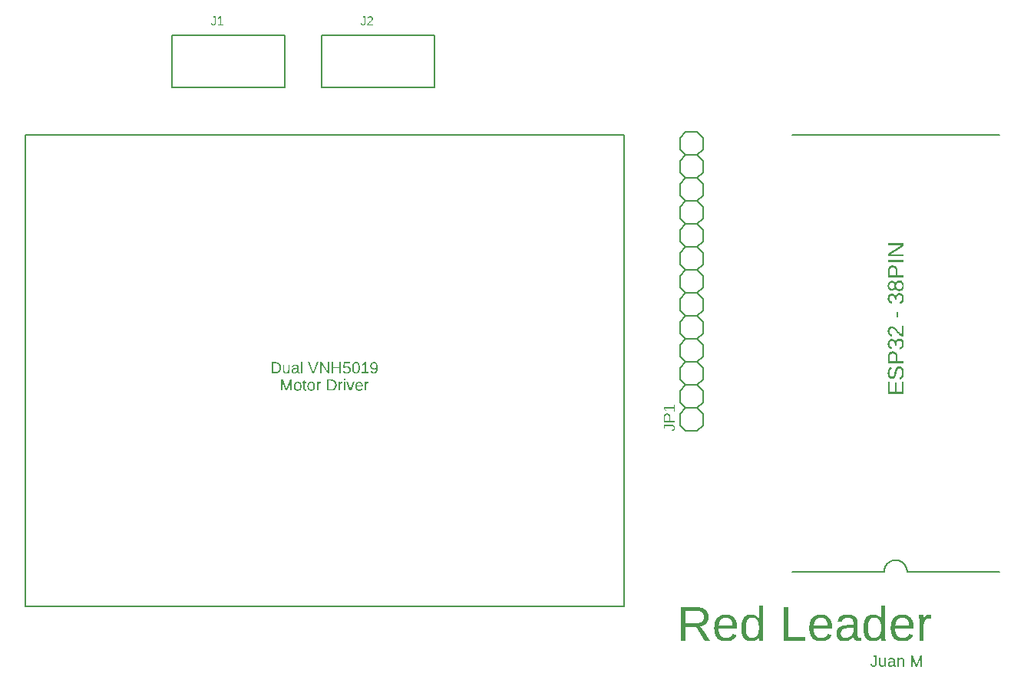
<source format=gbr>
G04 EAGLE Gerber RS-274X export*
G75*
%MOMM*%
%FSLAX34Y34*%
%LPD*%
%INSilkscreen Top*%
%IPPOS*%
%AMOC8*
5,1,8,0,0,1.08239X$1,22.5*%
G01*
G04 Define Apertures*
%ADD10C,0.152400*%
%ADD11C,0.127000*%
G36*
X770368Y85725D02*
X765344Y85725D01*
X765344Y122790D01*
X782785Y122790D01*
X783556Y122779D01*
X784305Y122747D01*
X785032Y122692D01*
X785737Y122615D01*
X786419Y122517D01*
X787079Y122396D01*
X787716Y122254D01*
X788332Y122090D01*
X788925Y121904D01*
X789496Y121696D01*
X790044Y121466D01*
X790570Y121214D01*
X791074Y120941D01*
X791556Y120645D01*
X792015Y120328D01*
X792452Y119989D01*
X792865Y119630D01*
X793250Y119254D01*
X793610Y118861D01*
X793942Y118451D01*
X794249Y118023D01*
X794528Y117579D01*
X794781Y117117D01*
X795007Y116638D01*
X795207Y116142D01*
X795380Y115629D01*
X795526Y115098D01*
X795646Y114551D01*
X795739Y113986D01*
X795805Y113404D01*
X795845Y112805D01*
X795859Y112189D01*
X795849Y111678D01*
X795821Y111177D01*
X795774Y110686D01*
X795708Y110206D01*
X795624Y109736D01*
X795520Y109276D01*
X795398Y108827D01*
X795257Y108388D01*
X795097Y107959D01*
X794918Y107540D01*
X794721Y107132D01*
X794505Y106734D01*
X794270Y106346D01*
X794016Y105968D01*
X793743Y105601D01*
X793452Y105244D01*
X793144Y104900D01*
X792821Y104573D01*
X792485Y104262D01*
X792134Y103967D01*
X791769Y103688D01*
X791389Y103425D01*
X791057Y103217D01*
X790996Y103179D01*
X790588Y102949D01*
X790165Y102735D01*
X789729Y102538D01*
X789278Y102356D01*
X788813Y102191D01*
X788333Y102042D01*
X787840Y101909D01*
X787332Y101793D01*
X786809Y101693D01*
X791289Y94895D01*
X797332Y85725D01*
X791544Y85725D01*
X781916Y101114D01*
X770368Y101114D01*
X770368Y85725D01*
G37*
%LPC*%
G36*
X782495Y105086D02*
X782985Y105094D01*
X783460Y105115D01*
X783921Y105152D01*
X784369Y105202D01*
X784802Y105267D01*
X785221Y105347D01*
X785626Y105441D01*
X786017Y105550D01*
X786394Y105673D01*
X786757Y105811D01*
X787105Y105963D01*
X787440Y106130D01*
X787760Y106311D01*
X788067Y106506D01*
X788359Y106716D01*
X788638Y106941D01*
X788900Y107179D01*
X789146Y107428D01*
X789375Y107689D01*
X789587Y107961D01*
X789782Y108245D01*
X789960Y108541D01*
X790121Y108848D01*
X790265Y109167D01*
X790393Y109498D01*
X790503Y109840D01*
X790596Y110193D01*
X790672Y110559D01*
X790732Y110936D01*
X790774Y111324D01*
X790799Y111725D01*
X790808Y112136D01*
X790799Y112535D01*
X790774Y112921D01*
X790731Y113296D01*
X790671Y113658D01*
X790593Y114008D01*
X790499Y114347D01*
X790387Y114673D01*
X790259Y114987D01*
X790113Y115290D01*
X789950Y115580D01*
X789770Y115858D01*
X789572Y116124D01*
X789358Y116378D01*
X789126Y116621D01*
X788877Y116851D01*
X788611Y117069D01*
X788329Y117274D01*
X788032Y117466D01*
X787720Y117645D01*
X787392Y117811D01*
X787050Y117964D01*
X786692Y118103D01*
X786319Y118229D01*
X785931Y118341D01*
X785528Y118441D01*
X785110Y118527D01*
X784677Y118600D01*
X784229Y118659D01*
X783766Y118706D01*
X783287Y118739D01*
X782793Y118759D01*
X782285Y118766D01*
X770368Y118766D01*
X770368Y105086D01*
X782495Y105086D01*
G37*
%LPD*%
G36*
X842500Y85199D02*
X841837Y85213D01*
X841196Y85256D01*
X840578Y85327D01*
X839982Y85426D01*
X839408Y85553D01*
X838857Y85709D01*
X838328Y85894D01*
X837821Y86106D01*
X837336Y86348D01*
X836874Y86617D01*
X836434Y86915D01*
X836016Y87241D01*
X835621Y87595D01*
X835248Y87978D01*
X834897Y88390D01*
X834569Y88829D01*
X834261Y89297D01*
X833974Y89795D01*
X833706Y90322D01*
X833458Y90878D01*
X833230Y91463D01*
X833022Y92077D01*
X832833Y92721D01*
X832665Y93393D01*
X832516Y94095D01*
X832387Y94826D01*
X832278Y95586D01*
X832189Y96376D01*
X832119Y97194D01*
X832070Y98042D01*
X832040Y98919D01*
X832030Y99825D01*
X832040Y100741D01*
X832071Y101628D01*
X832122Y102486D01*
X832194Y103315D01*
X832286Y104114D01*
X832398Y104885D01*
X832531Y105627D01*
X832685Y106339D01*
X832858Y107023D01*
X833053Y107677D01*
X833267Y108302D01*
X833503Y108898D01*
X833758Y109465D01*
X834034Y110003D01*
X834331Y110512D01*
X834648Y110992D01*
X834985Y111443D01*
X835343Y111864D01*
X835721Y112257D01*
X836120Y112621D01*
X836539Y112955D01*
X836979Y113260D01*
X837439Y113537D01*
X837919Y113784D01*
X838420Y114002D01*
X838942Y114191D01*
X839484Y114351D01*
X840046Y114482D01*
X840629Y114584D01*
X841232Y114656D01*
X841856Y114700D01*
X842500Y114714D01*
X843292Y114696D01*
X844050Y114640D01*
X844775Y114548D01*
X845466Y114418D01*
X846123Y114252D01*
X846747Y114049D01*
X847337Y113808D01*
X847893Y113531D01*
X848419Y113213D01*
X848919Y112852D01*
X849392Y112447D01*
X849839Y111998D01*
X850260Y111506D01*
X850655Y110971D01*
X851023Y110392D01*
X851365Y109769D01*
X851418Y109769D01*
X851365Y112952D01*
X851365Y124763D01*
X856100Y124763D01*
X856100Y91591D01*
X856110Y89557D01*
X856140Y87902D01*
X856189Y86624D01*
X856258Y85725D01*
X851734Y85725D01*
X851693Y86005D01*
X851651Y86422D01*
X851563Y87672D01*
X851493Y89092D01*
X851470Y90302D01*
X851365Y90302D01*
X851023Y89643D01*
X850654Y89031D01*
X850259Y88469D01*
X849836Y87954D01*
X849387Y87489D01*
X848911Y87072D01*
X848409Y86703D01*
X847880Y86383D01*
X847321Y86105D01*
X846730Y85865D01*
X846106Y85661D01*
X845450Y85495D01*
X844761Y85365D01*
X844040Y85273D01*
X843286Y85217D01*
X842500Y85199D01*
G37*
%LPC*%
G36*
X843710Y88855D02*
X844205Y88866D01*
X844682Y88899D01*
X845142Y88953D01*
X845584Y89030D01*
X846010Y89128D01*
X846418Y89248D01*
X846809Y89389D01*
X847183Y89553D01*
X847539Y89738D01*
X847878Y89945D01*
X848200Y90173D01*
X848504Y90424D01*
X848792Y90696D01*
X849062Y90990D01*
X849315Y91306D01*
X849494Y91563D01*
X849550Y91644D01*
X849770Y92004D01*
X849976Y92389D01*
X850167Y92798D01*
X850344Y93230D01*
X850507Y93687D01*
X850656Y94168D01*
X850791Y94673D01*
X850911Y95202D01*
X851018Y95755D01*
X851110Y96332D01*
X851188Y96933D01*
X851252Y97558D01*
X851301Y98207D01*
X851337Y98880D01*
X851358Y99577D01*
X851365Y100299D01*
X851358Y100994D01*
X851337Y101665D01*
X851301Y102313D01*
X851252Y102937D01*
X851188Y103538D01*
X851110Y104115D01*
X851018Y104668D01*
X850911Y105198D01*
X850791Y105704D01*
X850656Y106187D01*
X850507Y106645D01*
X850344Y107081D01*
X850167Y107492D01*
X849976Y107880D01*
X849770Y108244D01*
X849550Y108585D01*
X849315Y108904D01*
X849063Y109202D01*
X848794Y109479D01*
X848508Y109736D01*
X848205Y109972D01*
X847885Y110188D01*
X847549Y110383D01*
X847196Y110558D01*
X846826Y110712D01*
X846439Y110846D01*
X846035Y110959D01*
X845614Y111051D01*
X845176Y111123D01*
X844722Y111175D01*
X844251Y111205D01*
X843763Y111216D01*
X843323Y111205D01*
X842899Y111174D01*
X842491Y111123D01*
X842098Y111050D01*
X841721Y110957D01*
X841359Y110844D01*
X841012Y110710D01*
X840682Y110555D01*
X840366Y110379D01*
X840067Y110183D01*
X839782Y109966D01*
X839513Y109729D01*
X839260Y109470D01*
X839023Y109192D01*
X838800Y108892D01*
X838594Y108572D01*
X838401Y108229D01*
X838221Y107859D01*
X838053Y107464D01*
X837897Y107044D01*
X837754Y106597D01*
X837624Y106125D01*
X837506Y105627D01*
X837400Y105103D01*
X837307Y104553D01*
X837226Y103978D01*
X837157Y103376D01*
X837102Y102749D01*
X837058Y102096D01*
X837027Y101418D01*
X837008Y100713D01*
X837002Y99983D01*
X837008Y99250D01*
X837027Y98543D01*
X837058Y97863D01*
X837101Y97209D01*
X837156Y96582D01*
X837224Y95982D01*
X837304Y95407D01*
X837397Y94860D01*
X837501Y94339D01*
X837619Y93844D01*
X837748Y93376D01*
X837890Y92935D01*
X838044Y92519D01*
X838211Y92131D01*
X838389Y91769D01*
X838580Y91433D01*
X838785Y91121D01*
X839006Y90829D01*
X839242Y90557D01*
X839493Y90306D01*
X839760Y90074D01*
X840042Y89862D01*
X840339Y89671D01*
X840652Y89500D01*
X840980Y89349D01*
X841324Y89218D01*
X841683Y89107D01*
X842058Y89017D01*
X842448Y88946D01*
X842853Y88896D01*
X843274Y88866D01*
X843710Y88855D01*
G37*
%LPD*%
G36*
X977313Y85199D02*
X976650Y85213D01*
X976009Y85256D01*
X975391Y85327D01*
X974795Y85426D01*
X974221Y85553D01*
X973669Y85709D01*
X973140Y85894D01*
X972633Y86106D01*
X972149Y86348D01*
X971687Y86617D01*
X971247Y86915D01*
X970829Y87241D01*
X970434Y87595D01*
X970060Y87978D01*
X969710Y88390D01*
X969381Y88829D01*
X969074Y89297D01*
X968786Y89795D01*
X968519Y90322D01*
X968271Y90878D01*
X968043Y91463D01*
X967834Y92077D01*
X967646Y92721D01*
X967477Y93393D01*
X967329Y94095D01*
X967200Y94826D01*
X967091Y95586D01*
X967001Y96376D01*
X966932Y97194D01*
X966882Y98042D01*
X966853Y98919D01*
X966843Y99825D01*
X966853Y100741D01*
X966884Y101628D01*
X966935Y102486D01*
X967006Y103315D01*
X967098Y104114D01*
X967211Y104885D01*
X967344Y105627D01*
X967497Y106339D01*
X967671Y107023D01*
X967865Y107677D01*
X968080Y108302D01*
X968315Y108898D01*
X968571Y109465D01*
X968847Y110003D01*
X969143Y110512D01*
X969460Y110992D01*
X969798Y111443D01*
X970155Y111864D01*
X970534Y112257D01*
X970932Y112621D01*
X971352Y112955D01*
X971791Y113260D01*
X972251Y113537D01*
X972732Y113784D01*
X973233Y114002D01*
X973754Y114191D01*
X974296Y114351D01*
X974859Y114482D01*
X975441Y114584D01*
X976045Y114656D01*
X976668Y114700D01*
X977313Y114714D01*
X978105Y114696D01*
X978863Y114640D01*
X979588Y114548D01*
X980279Y114418D01*
X980936Y114252D01*
X981559Y114049D01*
X982149Y113808D01*
X982705Y113531D01*
X983231Y113213D01*
X983731Y112852D01*
X984205Y112447D01*
X984652Y111998D01*
X985073Y111506D01*
X985467Y110971D01*
X985836Y110392D01*
X986178Y109769D01*
X986230Y109769D01*
X986178Y112952D01*
X986178Y124763D01*
X990913Y124763D01*
X990913Y91591D01*
X990923Y89557D01*
X990952Y87902D01*
X991002Y86624D01*
X991071Y85725D01*
X986546Y85725D01*
X986506Y86005D01*
X986464Y86422D01*
X986375Y87672D01*
X986306Y89092D01*
X986283Y90302D01*
X986178Y90302D01*
X985836Y89643D01*
X985467Y89031D01*
X985071Y88469D01*
X984649Y87954D01*
X984200Y87489D01*
X983724Y87072D01*
X983221Y86703D01*
X982692Y86383D01*
X982133Y86105D01*
X981542Y85865D01*
X980918Y85661D01*
X980262Y85495D01*
X979573Y85365D01*
X978852Y85273D01*
X978099Y85217D01*
X977313Y85199D01*
G37*
%LPC*%
G36*
X978523Y88855D02*
X979017Y88866D01*
X979494Y88899D01*
X979954Y88953D01*
X980397Y89030D01*
X980822Y89128D01*
X981231Y89248D01*
X981621Y89389D01*
X981995Y89553D01*
X982351Y89738D01*
X982691Y89945D01*
X983012Y90173D01*
X983317Y90424D01*
X983604Y90696D01*
X983874Y90990D01*
X984127Y91306D01*
X984307Y91563D01*
X984363Y91644D01*
X984582Y92004D01*
X984788Y92389D01*
X984979Y92798D01*
X985157Y93230D01*
X985320Y93687D01*
X985469Y94168D01*
X985603Y94673D01*
X985724Y95202D01*
X985830Y95755D01*
X985922Y96332D01*
X986000Y96933D01*
X986064Y97558D01*
X986114Y98207D01*
X986149Y98880D01*
X986171Y99577D01*
X986178Y100299D01*
X986171Y100994D01*
X986149Y101665D01*
X986114Y102313D01*
X986064Y102937D01*
X986000Y103538D01*
X985922Y104115D01*
X985830Y104668D01*
X985724Y105198D01*
X985603Y105704D01*
X985469Y106187D01*
X985320Y106645D01*
X985157Y107081D01*
X984979Y107492D01*
X984788Y107880D01*
X984582Y108244D01*
X984363Y108585D01*
X984127Y108904D01*
X983875Y109202D01*
X983606Y109479D01*
X983320Y109736D01*
X983017Y109972D01*
X982698Y110188D01*
X982361Y110383D01*
X982008Y110558D01*
X981638Y110712D01*
X981251Y110846D01*
X980847Y110959D01*
X980427Y111051D01*
X979989Y111123D01*
X979535Y111175D01*
X979063Y111205D01*
X978575Y111216D01*
X978136Y111205D01*
X977712Y111174D01*
X977303Y111123D01*
X976911Y111050D01*
X976533Y110957D01*
X976171Y110844D01*
X975825Y110710D01*
X975494Y110555D01*
X975179Y110379D01*
X974879Y110183D01*
X974595Y109966D01*
X974326Y109729D01*
X974073Y109470D01*
X973835Y109192D01*
X973613Y108892D01*
X973406Y108572D01*
X973213Y108229D01*
X973033Y107859D01*
X972865Y107464D01*
X972710Y107044D01*
X972567Y106597D01*
X972436Y106125D01*
X972318Y105627D01*
X972212Y105103D01*
X972119Y104553D01*
X972038Y103978D01*
X971970Y103376D01*
X971914Y102749D01*
X971871Y102096D01*
X971839Y101418D01*
X971821Y100713D01*
X971815Y99983D01*
X971821Y99250D01*
X971839Y98543D01*
X971870Y97863D01*
X971913Y97209D01*
X971969Y96582D01*
X972037Y95982D01*
X972117Y95407D01*
X972209Y94860D01*
X972314Y94339D01*
X972431Y93844D01*
X972561Y93376D01*
X972702Y92935D01*
X972857Y92519D01*
X973023Y92131D01*
X973202Y91769D01*
X973393Y91433D01*
X973598Y91121D01*
X973818Y90829D01*
X974054Y90557D01*
X974305Y90306D01*
X974572Y90074D01*
X974854Y89862D01*
X975152Y89671D01*
X975465Y89500D01*
X975793Y89349D01*
X976137Y89218D01*
X976496Y89107D01*
X976870Y89017D01*
X977260Y88946D01*
X977666Y88896D01*
X978086Y88866D01*
X978523Y88855D01*
G37*
%LPD*%
G36*
X945534Y85199D02*
X945006Y85208D01*
X944495Y85234D01*
X944001Y85278D01*
X943523Y85340D01*
X943062Y85420D01*
X942617Y85517D01*
X942190Y85632D01*
X941778Y85764D01*
X941384Y85915D01*
X941006Y86083D01*
X940645Y86268D01*
X940300Y86471D01*
X939972Y86692D01*
X939661Y86931D01*
X939367Y87187D01*
X939089Y87461D01*
X938827Y87751D01*
X938583Y88053D01*
X938356Y88369D01*
X938145Y88698D01*
X937951Y89040D01*
X937774Y89395D01*
X937614Y89763D01*
X937471Y90144D01*
X937344Y90539D01*
X937235Y90947D01*
X937142Y91368D01*
X937066Y91802D01*
X937007Y92249D01*
X936965Y92709D01*
X936940Y93183D01*
X936932Y93669D01*
X936943Y94214D01*
X936977Y94742D01*
X937034Y95255D01*
X937113Y95751D01*
X937215Y96231D01*
X937340Y96695D01*
X937488Y97144D01*
X937658Y97576D01*
X937851Y97992D01*
X938067Y98392D01*
X938305Y98776D01*
X938567Y99144D01*
X938850Y99496D01*
X939157Y99832D01*
X939486Y100152D01*
X939838Y100456D01*
X940216Y100744D01*
X940621Y101014D01*
X941054Y101267D01*
X941515Y101502D01*
X942003Y101720D01*
X942520Y101921D01*
X943064Y102105D01*
X943636Y102272D01*
X944236Y102421D01*
X944864Y102553D01*
X945520Y102667D01*
X946204Y102765D01*
X946915Y102845D01*
X947654Y102908D01*
X948421Y102953D01*
X949216Y102982D01*
X955609Y103087D01*
X955609Y104639D01*
X955586Y105476D01*
X955557Y105872D01*
X955517Y106252D01*
X955465Y106617D01*
X955402Y106966D01*
X955327Y107300D01*
X955241Y107618D01*
X955143Y107921D01*
X955033Y108209D01*
X954913Y108481D01*
X954780Y108738D01*
X954636Y108979D01*
X954481Y109205D01*
X954314Y109416D01*
X954136Y109611D01*
X953945Y109793D01*
X953741Y109962D01*
X953524Y110121D01*
X953294Y110267D01*
X953051Y110402D01*
X952794Y110525D01*
X952524Y110636D01*
X952242Y110736D01*
X951946Y110823D01*
X951637Y110900D01*
X951314Y110964D01*
X950979Y111017D01*
X950630Y111058D01*
X950269Y111087D01*
X949894Y111105D01*
X949506Y111110D01*
X948737Y111094D01*
X948023Y111043D01*
X947363Y110959D01*
X946757Y110841D01*
X946205Y110689D01*
X945708Y110504D01*
X945265Y110285D01*
X944876Y110032D01*
X944532Y109742D01*
X944225Y109412D01*
X943954Y109042D01*
X943718Y108631D01*
X943520Y108180D01*
X943357Y107689D01*
X943230Y107158D01*
X943140Y106586D01*
X938194Y107033D01*
X938279Y107506D01*
X938381Y107963D01*
X938500Y108406D01*
X938637Y108833D01*
X938792Y109246D01*
X938964Y109643D01*
X939154Y110026D01*
X939362Y110394D01*
X939587Y110746D01*
X939829Y111084D01*
X940089Y111406D01*
X940367Y111714D01*
X940662Y112006D01*
X940975Y112284D01*
X941305Y112546D01*
X941653Y112794D01*
X942019Y113027D01*
X942402Y113244D01*
X942803Y113447D01*
X943221Y113634D01*
X943657Y113807D01*
X944110Y113964D01*
X944581Y114107D01*
X945070Y114234D01*
X945576Y114347D01*
X946100Y114444D01*
X946641Y114527D01*
X947200Y114594D01*
X947776Y114647D01*
X948370Y114684D01*
X948982Y114707D01*
X949611Y114714D01*
X950272Y114705D01*
X950911Y114676D01*
X951530Y114628D01*
X952128Y114561D01*
X952706Y114474D01*
X953262Y114368D01*
X953798Y114244D01*
X954313Y114099D01*
X954808Y113936D01*
X955281Y113754D01*
X955734Y113552D01*
X956166Y113331D01*
X956578Y113091D01*
X956968Y112831D01*
X957338Y112553D01*
X957687Y112255D01*
X958015Y111939D01*
X958322Y111606D01*
X958608Y111255D01*
X958872Y110888D01*
X959116Y110503D01*
X959338Y110101D01*
X959539Y109682D01*
X959719Y109246D01*
X959878Y108793D01*
X960016Y108322D01*
X960132Y107835D01*
X960227Y107330D01*
X960301Y106808D01*
X960354Y106269D01*
X960386Y105712D01*
X960397Y105139D01*
X960397Y92880D01*
X960405Y92370D01*
X960431Y91893D01*
X960474Y91448D01*
X960535Y91036D01*
X960612Y90656D01*
X960707Y90308D01*
X960820Y89993D01*
X960949Y89710D01*
X961103Y89461D01*
X961288Y89244D01*
X961504Y89061D01*
X961751Y88911D01*
X962030Y88795D01*
X962340Y88712D01*
X962681Y88662D01*
X963054Y88645D01*
X963407Y88656D01*
X963784Y88691D01*
X964183Y88749D01*
X964606Y88829D01*
X964606Y85883D01*
X963706Y85699D01*
X963253Y85626D01*
X962797Y85567D01*
X962339Y85521D01*
X961878Y85488D01*
X961415Y85469D01*
X960949Y85462D01*
X960314Y85484D01*
X959723Y85548D01*
X959178Y85656D01*
X958677Y85807D01*
X958221Y86001D01*
X957810Y86239D01*
X957443Y86519D01*
X957121Y86843D01*
X956838Y87213D01*
X956588Y87631D01*
X956370Y88099D01*
X956184Y88615D01*
X956031Y89181D01*
X955911Y89795D01*
X955822Y90458D01*
X955767Y91170D01*
X955609Y91170D01*
X955146Y90385D01*
X954664Y89659D01*
X954164Y88992D01*
X953646Y88385D01*
X953109Y87838D01*
X952553Y87350D01*
X951979Y86922D01*
X951387Y86554D01*
X950769Y86236D01*
X950118Y85961D01*
X949435Y85728D01*
X948720Y85538D01*
X947972Y85389D01*
X947192Y85284D01*
X946379Y85220D01*
X945534Y85199D01*
G37*
%LPC*%
G36*
X946612Y88750D02*
X947254Y88769D01*
X947878Y88824D01*
X948484Y88917D01*
X949072Y89046D01*
X949641Y89213D01*
X950193Y89416D01*
X950727Y89657D01*
X951242Y89934D01*
X951735Y90244D01*
X952201Y90581D01*
X952641Y90946D01*
X953054Y91338D01*
X953440Y91758D01*
X953800Y92205D01*
X954132Y92680D01*
X954438Y93183D01*
X954713Y93701D01*
X954950Y94223D01*
X955152Y94748D01*
X955316Y95277D01*
X955444Y95810D01*
X955536Y96347D01*
X955591Y96887D01*
X955609Y97431D01*
X955609Y99772D01*
X950427Y99667D01*
X949617Y99645D01*
X948857Y99605D01*
X948148Y99546D01*
X947490Y99470D01*
X946882Y99375D01*
X946325Y99263D01*
X945819Y99132D01*
X945363Y98983D01*
X944944Y98815D01*
X944551Y98625D01*
X944183Y98414D01*
X943840Y98181D01*
X943522Y97927D01*
X943229Y97652D01*
X942962Y97355D01*
X942719Y97037D01*
X942503Y96695D01*
X942316Y96328D01*
X942158Y95935D01*
X942028Y95517D01*
X941928Y95074D01*
X941856Y94605D01*
X941813Y94110D01*
X941798Y93591D01*
X941818Y93028D01*
X941876Y92499D01*
X941974Y92002D01*
X942111Y91539D01*
X942286Y91108D01*
X942501Y90710D01*
X942755Y90345D01*
X943048Y90013D01*
X943377Y89717D01*
X943739Y89460D01*
X944135Y89243D01*
X944564Y89066D01*
X945026Y88928D01*
X945521Y88829D01*
X946050Y88770D01*
X946612Y88750D01*
G37*
%LPD*%
G36*
X815035Y85199D02*
X814258Y85214D01*
X813504Y85258D01*
X812774Y85331D01*
X812067Y85434D01*
X811384Y85566D01*
X810724Y85728D01*
X810088Y85919D01*
X809475Y86139D01*
X808886Y86389D01*
X808320Y86668D01*
X807778Y86977D01*
X807259Y87315D01*
X806764Y87682D01*
X806293Y88079D01*
X805845Y88505D01*
X805420Y88961D01*
X805021Y89445D01*
X804647Y89958D01*
X804298Y90500D01*
X803976Y91070D01*
X803679Y91669D01*
X803409Y92296D01*
X803164Y92952D01*
X802944Y93637D01*
X802751Y94350D01*
X802583Y95091D01*
X802441Y95861D01*
X802325Y96660D01*
X802235Y97487D01*
X802171Y98343D01*
X802132Y99228D01*
X802119Y100141D01*
X802132Y101009D01*
X802171Y101852D01*
X802235Y102669D01*
X802325Y103460D01*
X802441Y104226D01*
X802583Y104966D01*
X802751Y105680D01*
X802944Y106369D01*
X803164Y107032D01*
X803409Y107669D01*
X803679Y108280D01*
X803976Y108866D01*
X804298Y109426D01*
X804647Y109961D01*
X805021Y110470D01*
X805420Y110953D01*
X805844Y111408D01*
X806290Y111834D01*
X806758Y112231D01*
X807248Y112598D01*
X807760Y112936D01*
X808294Y113245D01*
X808850Y113524D01*
X809429Y113774D01*
X810029Y113994D01*
X810652Y114185D01*
X811297Y114347D01*
X811963Y114479D01*
X812652Y114582D01*
X813363Y114656D01*
X814096Y114700D01*
X814851Y114714D01*
X815623Y114700D01*
X816371Y114655D01*
X817094Y114581D01*
X817792Y114478D01*
X818466Y114345D01*
X819116Y114183D01*
X819741Y113991D01*
X820341Y113769D01*
X820917Y113518D01*
X821468Y113237D01*
X821995Y112927D01*
X822498Y112587D01*
X822976Y112218D01*
X823429Y111819D01*
X823858Y111391D01*
X824262Y110933D01*
X824642Y110445D01*
X824997Y109928D01*
X825328Y109382D01*
X825635Y108806D01*
X825916Y108200D01*
X826174Y107565D01*
X826407Y106900D01*
X826615Y106206D01*
X826799Y105482D01*
X826958Y104729D01*
X827093Y103946D01*
X827203Y103134D01*
X827289Y102292D01*
X827350Y101420D01*
X827387Y100519D01*
X827399Y99588D01*
X827399Y98957D01*
X807091Y98957D01*
X807099Y98354D01*
X807123Y97769D01*
X807162Y97201D01*
X807217Y96650D01*
X807289Y96117D01*
X807376Y95602D01*
X807479Y95104D01*
X807597Y94623D01*
X807732Y94160D01*
X807882Y93714D01*
X808048Y93286D01*
X808230Y92875D01*
X808428Y92482D01*
X808642Y92106D01*
X808871Y91748D01*
X809116Y91407D01*
X809377Y91085D01*
X809652Y90784D01*
X809942Y90504D01*
X810246Y90245D01*
X810565Y90006D01*
X810898Y89788D01*
X811246Y89591D01*
X811609Y89414D01*
X811986Y89259D01*
X812378Y89124D01*
X812784Y89010D01*
X813205Y88916D01*
X813641Y88844D01*
X814091Y88792D01*
X814556Y88761D01*
X815035Y88750D01*
X815786Y88770D01*
X816498Y88827D01*
X817172Y88924D01*
X817807Y89059D01*
X818405Y89233D01*
X818964Y89446D01*
X819485Y89697D01*
X819968Y89987D01*
X820413Y90306D01*
X820820Y90646D01*
X821190Y91006D01*
X821523Y91387D01*
X821818Y91789D01*
X822076Y92211D01*
X822297Y92654D01*
X822480Y93117D01*
X826636Y91933D01*
X826471Y91519D01*
X826292Y91118D01*
X826101Y90730D01*
X825897Y90355D01*
X825680Y89993D01*
X825451Y89645D01*
X825209Y89309D01*
X824954Y88987D01*
X824687Y88678D01*
X824407Y88382D01*
X824114Y88099D01*
X823809Y87829D01*
X823491Y87573D01*
X823160Y87330D01*
X822816Y87099D01*
X822460Y86882D01*
X822091Y86679D01*
X821710Y86488D01*
X821316Y86310D01*
X820909Y86146D01*
X820489Y85995D01*
X820057Y85857D01*
X819612Y85732D01*
X819154Y85620D01*
X818683Y85521D01*
X818200Y85436D01*
X817705Y85363D01*
X817196Y85304D01*
X816675Y85258D01*
X816141Y85225D01*
X815595Y85205D01*
X815035Y85199D01*
G37*
%LPC*%
G36*
X822506Y102587D02*
X822451Y103140D01*
X822384Y103674D01*
X822306Y104189D01*
X822215Y104684D01*
X822113Y105161D01*
X821999Y105619D01*
X821874Y106058D01*
X821737Y106477D01*
X821588Y106878D01*
X821427Y107260D01*
X821255Y107622D01*
X821071Y107966D01*
X820875Y108291D01*
X820668Y108596D01*
X820449Y108883D01*
X820218Y109151D01*
X819974Y109401D01*
X819718Y109635D01*
X819449Y109852D01*
X819167Y110054D01*
X818872Y110240D01*
X818564Y110409D01*
X818243Y110562D01*
X817909Y110699D01*
X817562Y110820D01*
X817203Y110925D01*
X816830Y111014D01*
X816444Y111087D01*
X816046Y111143D01*
X815634Y111183D01*
X815210Y111208D01*
X814772Y111216D01*
X814347Y111207D01*
X813933Y111180D01*
X813530Y111135D01*
X813139Y111072D01*
X812758Y110991D01*
X812389Y110892D01*
X812031Y110775D01*
X811685Y110640D01*
X811349Y110487D01*
X811025Y110317D01*
X810712Y110128D01*
X810410Y109921D01*
X810119Y109696D01*
X809839Y109453D01*
X809571Y109193D01*
X809314Y108914D01*
X809069Y108619D01*
X808840Y108312D01*
X808624Y107990D01*
X808423Y107655D01*
X808237Y107307D01*
X808065Y106945D01*
X807908Y106570D01*
X807765Y106181D01*
X807637Y105779D01*
X807523Y105364D01*
X807423Y104935D01*
X807338Y104492D01*
X807268Y104036D01*
X807212Y103567D01*
X807170Y103084D01*
X807143Y102587D01*
X822506Y102587D01*
G37*
%LPD*%
G36*
X919879Y85199D02*
X919102Y85214D01*
X918348Y85258D01*
X917617Y85331D01*
X916911Y85434D01*
X916227Y85566D01*
X915568Y85728D01*
X914931Y85919D01*
X914319Y86139D01*
X913729Y86389D01*
X913164Y86668D01*
X912622Y86977D01*
X912103Y87315D01*
X911608Y87682D01*
X911137Y88079D01*
X910689Y88505D01*
X910264Y88961D01*
X909864Y89445D01*
X909490Y89958D01*
X909142Y90500D01*
X908820Y91070D01*
X908523Y91669D01*
X908252Y92296D01*
X908007Y92952D01*
X907788Y93637D01*
X907595Y94350D01*
X907427Y95091D01*
X907285Y95861D01*
X907169Y96660D01*
X907079Y97487D01*
X907014Y98343D01*
X906976Y99228D01*
X906963Y100141D01*
X906976Y101009D01*
X907014Y101852D01*
X907079Y102669D01*
X907169Y103460D01*
X907285Y104226D01*
X907427Y104966D01*
X907595Y105680D01*
X907788Y106369D01*
X908007Y107032D01*
X908252Y107669D01*
X908523Y108280D01*
X908820Y108866D01*
X909142Y109426D01*
X909490Y109961D01*
X909864Y110470D01*
X910264Y110953D01*
X910688Y111408D01*
X911134Y111834D01*
X911602Y112231D01*
X912092Y112598D01*
X912604Y112936D01*
X913138Y113245D01*
X913694Y113524D01*
X914273Y113774D01*
X914873Y113994D01*
X915496Y114185D01*
X916140Y114347D01*
X916807Y114479D01*
X917496Y114582D01*
X918207Y114656D01*
X918940Y114700D01*
X919695Y114714D01*
X920467Y114700D01*
X921214Y114655D01*
X921937Y114581D01*
X922636Y114478D01*
X923310Y114345D01*
X923959Y114183D01*
X924584Y113991D01*
X925185Y113769D01*
X925761Y113518D01*
X926312Y113237D01*
X926839Y112927D01*
X927341Y112587D01*
X927819Y112218D01*
X928273Y111819D01*
X928702Y111391D01*
X929106Y110933D01*
X929486Y110445D01*
X929841Y109928D01*
X930172Y109382D01*
X930478Y108806D01*
X930760Y108200D01*
X931018Y107565D01*
X931250Y106900D01*
X931459Y106206D01*
X931643Y105482D01*
X931802Y104729D01*
X931937Y103946D01*
X932047Y103134D01*
X932133Y102292D01*
X932194Y101420D01*
X932231Y100519D01*
X932243Y99588D01*
X932243Y98957D01*
X911935Y98957D01*
X911943Y98354D01*
X911966Y97769D01*
X912006Y97201D01*
X912061Y96650D01*
X912132Y96117D01*
X912219Y95602D01*
X912322Y95104D01*
X912441Y94623D01*
X912576Y94160D01*
X912726Y93714D01*
X912892Y93286D01*
X913074Y92875D01*
X913272Y92482D01*
X913485Y92106D01*
X913715Y91748D01*
X913960Y91407D01*
X914221Y91085D01*
X914496Y90784D01*
X914785Y90504D01*
X915090Y90245D01*
X915409Y90006D01*
X915742Y89788D01*
X916090Y89591D01*
X916453Y89414D01*
X916830Y89259D01*
X917222Y89124D01*
X917628Y89010D01*
X918049Y88916D01*
X918485Y88844D01*
X918935Y88792D01*
X919400Y88761D01*
X919879Y88750D01*
X920629Y88770D01*
X921342Y88827D01*
X922015Y88924D01*
X922651Y89059D01*
X923249Y89233D01*
X923808Y89446D01*
X924329Y89697D01*
X924811Y89987D01*
X925256Y90306D01*
X925664Y90646D01*
X926034Y91006D01*
X926367Y91387D01*
X926662Y91789D01*
X926920Y92211D01*
X927141Y92654D01*
X927324Y93117D01*
X931480Y91933D01*
X931314Y91519D01*
X931136Y91118D01*
X930945Y90730D01*
X930741Y90355D01*
X930524Y89993D01*
X930295Y89645D01*
X930053Y89309D01*
X929798Y88987D01*
X929531Y88678D01*
X929251Y88382D01*
X928958Y88099D01*
X928653Y87829D01*
X928334Y87573D01*
X928004Y87330D01*
X927660Y87099D01*
X927304Y86882D01*
X926935Y86679D01*
X926554Y86488D01*
X926159Y86310D01*
X925752Y86146D01*
X925333Y85995D01*
X924900Y85857D01*
X924455Y85732D01*
X923998Y85620D01*
X923527Y85521D01*
X923044Y85436D01*
X922548Y85363D01*
X922040Y85304D01*
X921519Y85258D01*
X920985Y85225D01*
X920438Y85205D01*
X919879Y85199D01*
G37*
%LPC*%
G36*
X927350Y102587D02*
X927295Y103140D01*
X927228Y103674D01*
X927149Y104189D01*
X927059Y104684D01*
X926957Y105161D01*
X926843Y105619D01*
X926718Y106058D01*
X926581Y106477D01*
X926432Y106878D01*
X926271Y107260D01*
X926099Y107622D01*
X925915Y107966D01*
X925719Y108291D01*
X925511Y108596D01*
X925292Y108883D01*
X925061Y109151D01*
X924818Y109401D01*
X924562Y109635D01*
X924293Y109852D01*
X924011Y110054D01*
X923716Y110240D01*
X923408Y110409D01*
X923087Y110562D01*
X922753Y110699D01*
X922406Y110820D01*
X922046Y110925D01*
X921674Y111014D01*
X921288Y111087D01*
X920890Y111143D01*
X920478Y111183D01*
X920053Y111208D01*
X919616Y111216D01*
X919191Y111207D01*
X918777Y111180D01*
X918374Y111135D01*
X917983Y111072D01*
X917602Y110991D01*
X917233Y110892D01*
X916875Y110775D01*
X916528Y110640D01*
X916193Y110487D01*
X915868Y110317D01*
X915555Y110128D01*
X915253Y109921D01*
X914963Y109696D01*
X914683Y109453D01*
X914415Y109193D01*
X914157Y108914D01*
X913913Y108619D01*
X913683Y108312D01*
X913468Y107990D01*
X913267Y107655D01*
X913081Y107307D01*
X912909Y106945D01*
X912752Y106570D01*
X912609Y106181D01*
X912480Y105779D01*
X912366Y105364D01*
X912267Y104935D01*
X912182Y104492D01*
X912112Y104036D01*
X912056Y103567D01*
X912014Y103084D01*
X911987Y102587D01*
X927350Y102587D01*
G37*
%LPD*%
G36*
X1009754Y85199D02*
X1008977Y85214D01*
X1008223Y85258D01*
X1007492Y85331D01*
X1006786Y85434D01*
X1006102Y85566D01*
X1005443Y85728D01*
X1004806Y85919D01*
X1004194Y86139D01*
X1003604Y86389D01*
X1003039Y86668D01*
X1002497Y86977D01*
X1001978Y87315D01*
X1001483Y87682D01*
X1001012Y88079D01*
X1000564Y88505D01*
X1000139Y88961D01*
X999739Y89445D01*
X999365Y89958D01*
X999017Y90500D01*
X998695Y91070D01*
X998398Y91669D01*
X998127Y92296D01*
X997882Y92952D01*
X997663Y93637D01*
X997470Y94350D01*
X997302Y95091D01*
X997160Y95861D01*
X997044Y96660D01*
X996954Y97487D01*
X996889Y98343D01*
X996851Y99228D01*
X996838Y100141D01*
X996851Y101009D01*
X996889Y101852D01*
X996954Y102669D01*
X997044Y103460D01*
X997160Y104226D01*
X997302Y104966D01*
X997470Y105680D01*
X997663Y106369D01*
X997882Y107032D01*
X998127Y107669D01*
X998398Y108280D01*
X998695Y108866D01*
X999017Y109426D01*
X999365Y109961D01*
X999739Y110470D01*
X1000139Y110953D01*
X1000563Y111408D01*
X1001009Y111834D01*
X1001477Y112231D01*
X1001967Y112598D01*
X1002479Y112936D01*
X1003013Y113245D01*
X1003569Y113524D01*
X1004148Y113774D01*
X1004748Y113994D01*
X1005371Y114185D01*
X1006015Y114347D01*
X1006682Y114479D01*
X1007371Y114582D01*
X1008082Y114656D01*
X1008815Y114700D01*
X1009570Y114714D01*
X1010342Y114700D01*
X1011089Y114655D01*
X1011812Y114581D01*
X1012511Y114478D01*
X1013185Y114345D01*
X1013834Y114183D01*
X1014459Y113991D01*
X1015060Y113769D01*
X1015636Y113518D01*
X1016187Y113237D01*
X1016714Y112927D01*
X1017216Y112587D01*
X1017694Y112218D01*
X1018148Y111819D01*
X1018577Y111391D01*
X1018981Y110933D01*
X1019361Y110445D01*
X1019716Y109928D01*
X1020047Y109382D01*
X1020353Y108806D01*
X1020635Y108200D01*
X1020893Y107565D01*
X1021125Y106900D01*
X1021334Y106206D01*
X1021518Y105482D01*
X1021677Y104729D01*
X1021812Y103946D01*
X1021922Y103134D01*
X1022008Y102292D01*
X1022069Y101420D01*
X1022106Y100519D01*
X1022118Y99588D01*
X1022118Y98957D01*
X1001810Y98957D01*
X1001818Y98354D01*
X1001841Y97769D01*
X1001881Y97201D01*
X1001936Y96650D01*
X1002007Y96117D01*
X1002094Y95602D01*
X1002197Y95104D01*
X1002316Y94623D01*
X1002451Y94160D01*
X1002601Y93714D01*
X1002767Y93286D01*
X1002949Y92875D01*
X1003147Y92482D01*
X1003360Y92106D01*
X1003590Y91748D01*
X1003835Y91407D01*
X1004096Y91085D01*
X1004371Y90784D01*
X1004660Y90504D01*
X1004965Y90245D01*
X1005284Y90006D01*
X1005617Y89788D01*
X1005965Y89591D01*
X1006328Y89414D01*
X1006705Y89259D01*
X1007097Y89124D01*
X1007503Y89010D01*
X1007924Y88916D01*
X1008360Y88844D01*
X1008810Y88792D01*
X1009275Y88761D01*
X1009754Y88750D01*
X1010504Y88770D01*
X1011217Y88827D01*
X1011890Y88924D01*
X1012526Y89059D01*
X1013124Y89233D01*
X1013683Y89446D01*
X1014204Y89697D01*
X1014686Y89987D01*
X1015131Y90306D01*
X1015539Y90646D01*
X1015909Y91006D01*
X1016242Y91387D01*
X1016537Y91789D01*
X1016795Y92211D01*
X1017016Y92654D01*
X1017199Y93117D01*
X1021355Y91933D01*
X1021189Y91519D01*
X1021011Y91118D01*
X1020820Y90730D01*
X1020616Y90355D01*
X1020399Y89993D01*
X1020170Y89645D01*
X1019928Y89309D01*
X1019673Y88987D01*
X1019406Y88678D01*
X1019126Y88382D01*
X1018833Y88099D01*
X1018528Y87829D01*
X1018209Y87573D01*
X1017879Y87330D01*
X1017535Y87099D01*
X1017179Y86882D01*
X1016810Y86679D01*
X1016429Y86488D01*
X1016034Y86310D01*
X1015627Y86146D01*
X1015208Y85995D01*
X1014775Y85857D01*
X1014330Y85732D01*
X1013873Y85620D01*
X1013402Y85521D01*
X1012919Y85436D01*
X1012423Y85363D01*
X1011915Y85304D01*
X1011394Y85258D01*
X1010860Y85225D01*
X1010313Y85205D01*
X1009754Y85199D01*
G37*
%LPC*%
G36*
X1017225Y102587D02*
X1017170Y103140D01*
X1017103Y103674D01*
X1017024Y104189D01*
X1016934Y104684D01*
X1016832Y105161D01*
X1016718Y105619D01*
X1016593Y106058D01*
X1016456Y106477D01*
X1016307Y106878D01*
X1016146Y107260D01*
X1015974Y107622D01*
X1015790Y107966D01*
X1015594Y108291D01*
X1015386Y108596D01*
X1015167Y108883D01*
X1014936Y109151D01*
X1014693Y109401D01*
X1014437Y109635D01*
X1014168Y109852D01*
X1013886Y110054D01*
X1013591Y110240D01*
X1013283Y110409D01*
X1012962Y110562D01*
X1012628Y110699D01*
X1012281Y110820D01*
X1011921Y110925D01*
X1011549Y111014D01*
X1011163Y111087D01*
X1010765Y111143D01*
X1010353Y111183D01*
X1009928Y111208D01*
X1009491Y111216D01*
X1009066Y111207D01*
X1008652Y111180D01*
X1008249Y111135D01*
X1007858Y111072D01*
X1007477Y110991D01*
X1007108Y110892D01*
X1006750Y110775D01*
X1006403Y110640D01*
X1006068Y110487D01*
X1005743Y110317D01*
X1005430Y110128D01*
X1005128Y109921D01*
X1004838Y109696D01*
X1004558Y109453D01*
X1004290Y109193D01*
X1004032Y108914D01*
X1003788Y108619D01*
X1003558Y108312D01*
X1003343Y107990D01*
X1003142Y107655D01*
X1002956Y107307D01*
X1002784Y106945D01*
X1002627Y106570D01*
X1002484Y106181D01*
X1002355Y105779D01*
X1002241Y105364D01*
X1002142Y104935D01*
X1002057Y104492D01*
X1001987Y104036D01*
X1001931Y103567D01*
X1001889Y103084D01*
X1001862Y102587D01*
X1017225Y102587D01*
G37*
%LPD*%
G36*
X902879Y85725D02*
X879125Y85725D01*
X879125Y122790D01*
X884149Y122790D01*
X884149Y89829D01*
X902879Y89829D01*
X902879Y85725D01*
G37*
G36*
X1032988Y85725D02*
X1028253Y85725D01*
X1028253Y107559D01*
X1028243Y109098D01*
X1028214Y110716D01*
X1028165Y112413D01*
X1028096Y114188D01*
X1032568Y114188D01*
X1032725Y110315D01*
X1032765Y109103D01*
X1032778Y108375D01*
X1032883Y108375D01*
X1033171Y109253D01*
X1033470Y110058D01*
X1033780Y110791D01*
X1034100Y111452D01*
X1034431Y112041D01*
X1034772Y112557D01*
X1035125Y113001D01*
X1035488Y113373D01*
X1035875Y113687D01*
X1036300Y113960D01*
X1036763Y114190D01*
X1037263Y114379D01*
X1037802Y114526D01*
X1038378Y114631D01*
X1038992Y114693D01*
X1039644Y114714D01*
X1040119Y114698D01*
X1040598Y114649D01*
X1041079Y114566D01*
X1041564Y114451D01*
X1041564Y110111D01*
X1041051Y110226D01*
X1040459Y110308D01*
X1039789Y110357D01*
X1039039Y110374D01*
X1038676Y110364D01*
X1038324Y110334D01*
X1037983Y110285D01*
X1037653Y110215D01*
X1037334Y110126D01*
X1037025Y110017D01*
X1036728Y109888D01*
X1036441Y109739D01*
X1036165Y109571D01*
X1035901Y109382D01*
X1035647Y109174D01*
X1035404Y108946D01*
X1035172Y108698D01*
X1034950Y108430D01*
X1034740Y108143D01*
X1034541Y107835D01*
X1034353Y107509D01*
X1034177Y107166D01*
X1034013Y106806D01*
X1033861Y106429D01*
X1033722Y106034D01*
X1033595Y105623D01*
X1033480Y105194D01*
X1033376Y104748D01*
X1033286Y104284D01*
X1033207Y103804D01*
X1033140Y103307D01*
X1033085Y102792D01*
X1033043Y102260D01*
X1033013Y101711D01*
X1032995Y101145D01*
X1032988Y100562D01*
X1032988Y85725D01*
G37*
G36*
X1020725Y57150D02*
X1019236Y57150D01*
X1019236Y69491D01*
X1021434Y69491D01*
X1024719Y60934D01*
X1024891Y60398D01*
X1025056Y59826D01*
X1025271Y58972D01*
X1025379Y59413D01*
X1025564Y60036D01*
X1025751Y60617D01*
X1025866Y60934D01*
X1029089Y69491D01*
X1031235Y69491D01*
X1031235Y57150D01*
X1029729Y57150D01*
X1029729Y65383D01*
X1029749Y66723D01*
X1029808Y68011D01*
X1029400Y66614D01*
X1029213Y66043D01*
X1029037Y65558D01*
X1025849Y57150D01*
X1024675Y57150D01*
X1021443Y65558D01*
X1020953Y67047D01*
X1020664Y68011D01*
X1020690Y67038D01*
X1020725Y65383D01*
X1020725Y57150D01*
G37*
G36*
X996453Y56975D02*
X996107Y56987D01*
X995784Y57022D01*
X995482Y57081D01*
X995203Y57163D01*
X994946Y57269D01*
X994711Y57399D01*
X994498Y57552D01*
X994307Y57728D01*
X994139Y57925D01*
X993993Y58140D01*
X993870Y58372D01*
X993769Y58621D01*
X993690Y58889D01*
X993634Y59173D01*
X993600Y59475D01*
X993589Y59795D01*
X993604Y60152D01*
X993650Y60488D01*
X993725Y60803D01*
X993831Y61096D01*
X993967Y61368D01*
X994134Y61618D01*
X994330Y61847D01*
X994557Y62055D01*
X994817Y62240D01*
X995115Y62403D01*
X995450Y62543D01*
X995821Y62659D01*
X996230Y62753D01*
X996676Y62823D01*
X997159Y62871D01*
X997679Y62896D01*
X999808Y62931D01*
X999808Y63447D01*
X999800Y63726D01*
X999777Y63984D01*
X999739Y64222D01*
X999685Y64439D01*
X999616Y64636D01*
X999532Y64812D01*
X999432Y64968D01*
X999317Y65103D01*
X999186Y65220D01*
X999037Y65321D01*
X998871Y65407D01*
X998687Y65477D01*
X998485Y65532D01*
X998266Y65571D01*
X998030Y65594D01*
X997776Y65602D01*
X997282Y65580D01*
X997062Y65551D01*
X996860Y65512D01*
X996677Y65462D01*
X996511Y65400D01*
X996364Y65327D01*
X996234Y65243D01*
X996120Y65146D01*
X996017Y65037D01*
X995927Y64913D01*
X995849Y64777D01*
X995783Y64626D01*
X995728Y64463D01*
X995686Y64286D01*
X995656Y64096D01*
X994010Y64244D01*
X994072Y64554D01*
X994157Y64844D01*
X994266Y65114D01*
X994398Y65363D01*
X994554Y65593D01*
X994733Y65803D01*
X994935Y65993D01*
X995161Y66163D01*
X995411Y66312D01*
X995683Y66442D01*
X995979Y66552D01*
X996299Y66642D01*
X996642Y66712D01*
X997008Y66762D01*
X997398Y66792D01*
X997811Y66802D01*
X998244Y66789D01*
X998649Y66751D01*
X999026Y66687D01*
X999376Y66597D01*
X999699Y66482D01*
X999993Y66341D01*
X1000260Y66175D01*
X1000500Y65983D01*
X1000711Y65767D01*
X1000894Y65528D01*
X1001049Y65266D01*
X1001176Y64981D01*
X1001275Y64674D01*
X1001345Y64343D01*
X1001388Y63990D01*
X1001402Y63614D01*
X1001402Y59532D01*
X1001413Y59204D01*
X1001448Y58918D01*
X1001505Y58676D01*
X1001586Y58477D01*
X1001698Y58322D01*
X1001853Y58211D01*
X1002049Y58144D01*
X1002286Y58122D01*
X1002529Y58138D01*
X1002803Y58184D01*
X1002803Y57203D01*
X1002504Y57141D01*
X1002201Y57097D01*
X1001895Y57071D01*
X1001586Y57062D01*
X1001374Y57070D01*
X1001178Y57091D01*
X1000996Y57127D01*
X1000829Y57177D01*
X1000677Y57242D01*
X1000540Y57321D01*
X1000418Y57414D01*
X1000311Y57522D01*
X1000217Y57645D01*
X1000134Y57785D01*
X1000061Y57940D01*
X999999Y58112D01*
X999948Y58301D01*
X999908Y58505D01*
X999860Y58963D01*
X999808Y58963D01*
X999493Y58460D01*
X999327Y58238D01*
X999154Y58036D01*
X998975Y57853D01*
X998790Y57691D01*
X998599Y57549D01*
X998402Y57426D01*
X998196Y57320D01*
X997980Y57229D01*
X997752Y57151D01*
X997514Y57088D01*
X997265Y57038D01*
X997005Y57003D01*
X996735Y56982D01*
X996453Y56975D01*
G37*
%LPC*%
G36*
X996812Y58157D02*
X997026Y58163D01*
X997234Y58182D01*
X997631Y58256D01*
X998005Y58379D01*
X998354Y58551D01*
X998673Y58767D01*
X998957Y59019D01*
X999205Y59308D01*
X999418Y59633D01*
X999588Y59979D01*
X999710Y60330D01*
X999783Y60687D01*
X999808Y61048D01*
X999808Y61827D01*
X998082Y61792D01*
X997560Y61771D01*
X997105Y61726D01*
X996717Y61657D01*
X996396Y61564D01*
X996126Y61445D01*
X995889Y61297D01*
X995686Y61121D01*
X995516Y60916D01*
X995382Y60680D01*
X995286Y60410D01*
X995229Y60107D01*
X995209Y59769D01*
X995216Y59582D01*
X995235Y59405D01*
X995268Y59240D01*
X995313Y59086D01*
X995372Y58942D01*
X995443Y58810D01*
X995528Y58688D01*
X995625Y58578D01*
X995735Y58479D01*
X995856Y58394D01*
X995987Y58321D01*
X996130Y58262D01*
X996284Y58216D01*
X996449Y58184D01*
X996625Y58164D01*
X996812Y58157D01*
G37*
%LPD*%
G36*
X1005616Y57150D02*
X1004040Y57150D01*
X1004040Y64604D01*
X1004026Y65937D01*
X1004010Y66362D01*
X1003987Y66627D01*
X1005476Y66627D01*
X1005494Y66390D01*
X1005515Y65948D01*
X1005546Y65006D01*
X1005572Y65006D01*
X1005855Y65461D01*
X1006158Y65844D01*
X1006318Y66009D01*
X1006483Y66155D01*
X1006653Y66284D01*
X1006829Y66395D01*
X1007013Y66490D01*
X1007208Y66573D01*
X1007413Y66643D01*
X1007629Y66700D01*
X1007857Y66745D01*
X1008095Y66776D01*
X1008343Y66796D01*
X1008603Y66802D01*
X1008979Y66790D01*
X1009330Y66753D01*
X1009654Y66693D01*
X1009953Y66608D01*
X1010225Y66499D01*
X1010471Y66366D01*
X1010691Y66208D01*
X1010884Y66027D01*
X1011054Y65817D01*
X1011201Y65576D01*
X1011325Y65303D01*
X1011426Y64999D01*
X1011505Y64663D01*
X1011562Y64295D01*
X1011596Y63896D01*
X1011607Y63465D01*
X1011607Y57150D01*
X1010022Y57150D01*
X1010022Y63158D01*
X1010010Y63601D01*
X1009976Y63990D01*
X1009918Y64328D01*
X1009838Y64612D01*
X1009732Y64853D01*
X1009599Y65057D01*
X1009439Y65225D01*
X1009251Y65357D01*
X1009026Y65456D01*
X1008754Y65528D01*
X1008435Y65570D01*
X1008069Y65584D01*
X1007791Y65572D01*
X1007529Y65536D01*
X1007282Y65475D01*
X1007050Y65390D01*
X1006833Y65280D01*
X1006632Y65146D01*
X1006445Y64988D01*
X1006273Y64805D01*
X1006119Y64601D01*
X1005986Y64377D01*
X1005873Y64135D01*
X1005780Y63874D01*
X1005709Y63595D01*
X1005657Y63296D01*
X1005626Y62978D01*
X1005616Y62642D01*
X1005616Y57150D01*
G37*
G36*
X987027Y56975D02*
X986651Y56987D01*
X986300Y57023D01*
X985976Y57084D01*
X985678Y57169D01*
X985405Y57278D01*
X985159Y57411D01*
X984940Y57568D01*
X984746Y57750D01*
X984576Y57960D01*
X984430Y58201D01*
X984306Y58474D01*
X984204Y58778D01*
X984125Y59114D01*
X984068Y59482D01*
X984035Y59881D01*
X984023Y60312D01*
X984023Y66627D01*
X985609Y66627D01*
X985609Y60618D01*
X985620Y60176D01*
X985655Y59786D01*
X985712Y59449D01*
X985792Y59164D01*
X985898Y58924D01*
X986031Y58720D01*
X986192Y58552D01*
X986379Y58420D01*
X986604Y58320D01*
X986876Y58249D01*
X987195Y58206D01*
X987562Y58192D01*
X987839Y58204D01*
X988101Y58241D01*
X988348Y58302D01*
X988580Y58387D01*
X988797Y58497D01*
X988999Y58631D01*
X989185Y58789D01*
X989357Y58972D01*
X989511Y59176D01*
X989645Y59399D01*
X989758Y59641D01*
X989850Y59902D01*
X989922Y60182D01*
X989973Y60481D01*
X990004Y60799D01*
X990014Y61135D01*
X990014Y66627D01*
X991591Y66627D01*
X991591Y59173D01*
X991604Y57840D01*
X991620Y57414D01*
X991643Y57150D01*
X990154Y57150D01*
X990137Y57386D01*
X990115Y57829D01*
X990084Y58770D01*
X990058Y58770D01*
X989776Y58316D01*
X989472Y57933D01*
X989312Y57768D01*
X989147Y57622D01*
X988977Y57493D01*
X988801Y57382D01*
X988617Y57287D01*
X988423Y57204D01*
X988217Y57134D01*
X988001Y57077D01*
X987774Y57032D01*
X987536Y57000D01*
X987287Y56981D01*
X987027Y56975D01*
G37*
G36*
X977892Y56975D02*
X977510Y56988D01*
X977148Y57025D01*
X976806Y57089D01*
X976484Y57177D01*
X976181Y57291D01*
X975899Y57431D01*
X975637Y57595D01*
X975394Y57785D01*
X975171Y58000D01*
X974968Y58241D01*
X974786Y58507D01*
X974623Y58798D01*
X974480Y59114D01*
X974356Y59456D01*
X974253Y59823D01*
X974170Y60215D01*
X975808Y60487D01*
X975853Y60240D01*
X975911Y60007D01*
X975981Y59788D01*
X976064Y59583D01*
X976159Y59392D01*
X976266Y59214D01*
X976385Y59051D01*
X976517Y58902D01*
X976660Y58768D01*
X976811Y58653D01*
X976970Y58555D01*
X977139Y58475D01*
X977316Y58412D01*
X977503Y58368D01*
X977697Y58341D01*
X977901Y58332D01*
X978123Y58342D01*
X978332Y58372D01*
X978530Y58420D01*
X978716Y58489D01*
X978889Y58577D01*
X979051Y58685D01*
X979200Y58812D01*
X979337Y58959D01*
X979461Y59124D01*
X979567Y59308D01*
X979658Y59510D01*
X979732Y59730D01*
X979789Y59969D01*
X979830Y60226D01*
X979855Y60500D01*
X979863Y60794D01*
X979863Y68124D01*
X977489Y68124D01*
X977489Y69491D01*
X981527Y69491D01*
X981527Y60829D01*
X981512Y60392D01*
X981466Y59979D01*
X981390Y59590D01*
X981284Y59225D01*
X981147Y58884D01*
X980980Y58566D01*
X980783Y58273D01*
X980555Y58004D01*
X980301Y57763D01*
X980024Y57554D01*
X979725Y57377D01*
X979403Y57232D01*
X979059Y57120D01*
X978693Y57039D01*
X978304Y56991D01*
X977892Y56975D01*
G37*
G36*
X1006229Y471904D02*
X1005814Y471919D01*
X1005416Y471964D01*
X1005035Y472040D01*
X1004671Y472146D01*
X1004324Y472282D01*
X1003993Y472449D01*
X1003680Y472646D01*
X1003383Y472873D01*
X1003109Y473124D01*
X1002863Y473391D01*
X1002646Y473676D01*
X1002457Y473977D01*
X1002296Y474295D01*
X1002164Y474630D01*
X1002060Y474982D01*
X1001984Y475351D01*
X1001935Y475351D01*
X1001841Y475008D01*
X1001721Y474683D01*
X1001578Y474377D01*
X1001411Y474089D01*
X1001219Y473820D01*
X1001004Y473570D01*
X1000764Y473338D01*
X1000500Y473125D01*
X1000218Y472933D01*
X999924Y472768D01*
X999618Y472627D01*
X999301Y472513D01*
X998971Y472423D01*
X998630Y472360D01*
X998277Y472321D01*
X997911Y472309D01*
X997429Y472332D01*
X996971Y472401D01*
X996535Y472517D01*
X996123Y472678D01*
X995735Y472886D01*
X995370Y473140D01*
X995028Y473441D01*
X994710Y473787D01*
X994422Y474172D01*
X994173Y474589D01*
X993962Y475038D01*
X993789Y475518D01*
X993655Y476030D01*
X993559Y476574D01*
X993502Y477149D01*
X993483Y477756D01*
X993501Y478377D01*
X993558Y478965D01*
X993652Y479519D01*
X993783Y480039D01*
X993952Y480526D01*
X994159Y480980D01*
X994403Y481399D01*
X994685Y481786D01*
X994999Y482132D01*
X995339Y482433D01*
X995706Y482687D01*
X996099Y482895D01*
X996518Y483056D01*
X996965Y483172D01*
X997437Y483241D01*
X997936Y483264D01*
X998301Y483251D01*
X998654Y483213D01*
X998996Y483149D01*
X999325Y483059D01*
X999643Y482943D01*
X999949Y482802D01*
X1000243Y482635D01*
X1000525Y482442D01*
X1000788Y482227D01*
X1001025Y481994D01*
X1001046Y481969D01*
X1001237Y481741D01*
X1001423Y481470D01*
X1001584Y481180D01*
X1001718Y480871D01*
X1001827Y480543D01*
X1001911Y480197D01*
X1001960Y480197D01*
X1002041Y480600D01*
X1002149Y480979D01*
X1002284Y481336D01*
X1002446Y481669D01*
X1002635Y481980D01*
X1002851Y482267D01*
X1003094Y482532D01*
X1003312Y482726D01*
X1003365Y482773D01*
X1003657Y482989D01*
X1003968Y483176D01*
X1004296Y483334D01*
X1004642Y483463D01*
X1005006Y483564D01*
X1005388Y483636D01*
X1005787Y483679D01*
X1006205Y483694D01*
X1006500Y483688D01*
X1006786Y483670D01*
X1007335Y483598D01*
X1007851Y483480D01*
X1008333Y483313D01*
X1008783Y483099D01*
X1009200Y482838D01*
X1009583Y482529D01*
X1009934Y482172D01*
X1010248Y481771D01*
X1010519Y481329D01*
X1010749Y480845D01*
X1010937Y480320D01*
X1011083Y479753D01*
X1011188Y479145D01*
X1011250Y478496D01*
X1011271Y477805D01*
X1011251Y477131D01*
X1011189Y476494D01*
X1011087Y475895D01*
X1010943Y475334D01*
X1010759Y474811D01*
X1010533Y474326D01*
X1010266Y473878D01*
X1009959Y473468D01*
X1009613Y473101D01*
X1009233Y472784D01*
X1008819Y472515D01*
X1008370Y472295D01*
X1007887Y472124D01*
X1007369Y472002D01*
X1007097Y471959D01*
X1006816Y471928D01*
X1006527Y471910D01*
X1006229Y471904D01*
G37*
%LPC*%
G36*
X1006045Y474186D02*
X1006478Y474200D01*
X1006882Y474243D01*
X1007258Y474314D01*
X1007607Y474413D01*
X1007928Y474542D01*
X1008221Y474698D01*
X1008486Y474883D01*
X1008723Y475097D01*
X1008932Y475339D01*
X1009113Y475609D01*
X1009267Y475908D01*
X1009392Y476235D01*
X1009490Y476591D01*
X1009559Y476975D01*
X1009601Y477388D01*
X1009615Y477829D01*
X1009602Y478266D01*
X1009561Y478674D01*
X1009494Y479053D01*
X1009399Y479403D01*
X1009277Y479724D01*
X1009129Y480017D01*
X1008953Y480281D01*
X1008750Y480516D01*
X1008518Y480723D01*
X1008254Y480903D01*
X1007958Y481054D01*
X1007629Y481179D01*
X1007269Y481275D01*
X1006877Y481344D01*
X1006452Y481386D01*
X1005996Y481399D01*
X1005607Y481384D01*
X1005242Y481340D01*
X1004902Y481265D01*
X1004587Y481160D01*
X1004296Y481026D01*
X1004031Y480861D01*
X1003790Y480667D01*
X1003573Y480442D01*
X1003382Y480191D01*
X1003216Y479916D01*
X1003076Y479616D01*
X1002961Y479292D01*
X1002872Y478944D01*
X1002808Y478572D01*
X1002770Y478176D01*
X1002757Y477756D01*
X1002771Y477347D01*
X1002812Y476961D01*
X1002881Y476599D01*
X1002977Y476259D01*
X1003100Y475942D01*
X1003251Y475649D01*
X1003429Y475378D01*
X1003635Y475130D01*
X1003864Y474909D01*
X1004114Y474717D01*
X1004385Y474555D01*
X1004676Y474422D01*
X1004987Y474319D01*
X1005319Y474245D01*
X1005672Y474201D01*
X1006045Y474186D01*
G37*
G36*
X998059Y474566D02*
X998419Y474579D01*
X998757Y474619D01*
X999073Y474684D01*
X999367Y474776D01*
X999639Y474894D01*
X999889Y475039D01*
X1000116Y475209D01*
X1000322Y475406D01*
X1000505Y475627D01*
X1000663Y475870D01*
X1000797Y476134D01*
X1000906Y476420D01*
X1000992Y476728D01*
X1001052Y477057D01*
X1001089Y477408D01*
X1001101Y477780D01*
X1001090Y478158D01*
X1001056Y478513D01*
X1001000Y478844D01*
X1000922Y479153D01*
X1000821Y479438D01*
X1000697Y479700D01*
X1000552Y479939D01*
X1000383Y480154D01*
X1000190Y480345D01*
X999969Y480511D01*
X999720Y480651D01*
X999443Y480766D01*
X999139Y480855D01*
X998807Y480919D01*
X998447Y480957D01*
X998059Y480970D01*
X997704Y480957D01*
X997371Y480920D01*
X997062Y480857D01*
X996776Y480769D01*
X996512Y480656D01*
X996272Y480518D01*
X996054Y480355D01*
X995860Y480166D01*
X995688Y479953D01*
X995539Y479714D01*
X995413Y479451D01*
X995310Y479162D01*
X995230Y478848D01*
X995172Y478509D01*
X995138Y478145D01*
X995127Y477756D01*
X995138Y477378D01*
X995173Y477023D01*
X995230Y476692D01*
X995311Y476383D01*
X995414Y476098D01*
X995541Y475836D01*
X995690Y475597D01*
X995863Y475382D01*
X996058Y475191D01*
X996276Y475025D01*
X996517Y474885D01*
X996780Y474770D01*
X997066Y474681D01*
X997374Y474617D01*
X997705Y474579D01*
X998059Y474566D01*
G37*
%LPD*%
G36*
X1011026Y391873D02*
X993740Y391873D01*
X993740Y399148D01*
X993762Y399854D01*
X993825Y400520D01*
X993932Y401144D01*
X994081Y401727D01*
X994272Y402270D01*
X994506Y402771D01*
X994783Y403231D01*
X995102Y403650D01*
X995460Y404024D01*
X995853Y404348D01*
X996280Y404622D01*
X996743Y404847D01*
X997240Y405021D01*
X997502Y405090D01*
X997773Y405146D01*
X998052Y405189D01*
X998340Y405220D01*
X998637Y405239D01*
X998942Y405245D01*
X999245Y405239D01*
X999540Y405220D01*
X999827Y405189D01*
X1000106Y405145D01*
X1000641Y405020D01*
X1001144Y404845D01*
X1001616Y404620D01*
X1002057Y404345D01*
X1002466Y404020D01*
X1002843Y403644D01*
X1003183Y403226D01*
X1003477Y402772D01*
X1003725Y402282D01*
X1003929Y401757D01*
X1004087Y401195D01*
X1004200Y400598D01*
X1004268Y399964D01*
X1004291Y399295D01*
X1004291Y394216D01*
X1011026Y394216D01*
X1011026Y391873D01*
G37*
%LPC*%
G36*
X1002438Y394216D02*
X1002438Y398964D01*
X1002425Y399439D01*
X1002384Y399884D01*
X1002316Y400298D01*
X1002221Y400682D01*
X1002099Y401034D01*
X1001950Y401356D01*
X1001774Y401648D01*
X1001570Y401908D01*
X1001340Y402138D01*
X1001082Y402338D01*
X1000797Y402506D01*
X1000485Y402644D01*
X1000146Y402752D01*
X999780Y402828D01*
X999387Y402874D01*
X998967Y402890D01*
X998561Y402874D01*
X998182Y402827D01*
X997828Y402748D01*
X997501Y402638D01*
X997200Y402497D01*
X996926Y402324D01*
X996677Y402120D01*
X996455Y401884D01*
X996258Y401617D01*
X996088Y401318D01*
X995944Y400988D01*
X995827Y400626D01*
X995735Y400233D01*
X995670Y399809D01*
X995630Y399353D01*
X995617Y398866D01*
X995617Y394216D01*
X1002438Y394216D01*
G37*
%LPD*%
G36*
X1011026Y486842D02*
X993740Y486842D01*
X993740Y494117D01*
X993762Y494823D01*
X993825Y495489D01*
X993932Y496113D01*
X994081Y496696D01*
X994272Y497238D01*
X994506Y497740D01*
X994783Y498200D01*
X995102Y498619D01*
X995460Y498993D01*
X995853Y499317D01*
X996280Y499591D01*
X996743Y499815D01*
X997240Y499990D01*
X997502Y500058D01*
X997773Y500114D01*
X998052Y500158D01*
X998340Y500189D01*
X998637Y500208D01*
X998942Y500214D01*
X999245Y500208D01*
X999540Y500189D01*
X999827Y500158D01*
X1000106Y500114D01*
X1000641Y499989D01*
X1001144Y499814D01*
X1001616Y499589D01*
X1002057Y499313D01*
X1002466Y498988D01*
X1002843Y498613D01*
X1003183Y498195D01*
X1003477Y497741D01*
X1003725Y497251D01*
X1003929Y496725D01*
X1004087Y496164D01*
X1004200Y495566D01*
X1004268Y494933D01*
X1004291Y494264D01*
X1004291Y489185D01*
X1011026Y489185D01*
X1011026Y486842D01*
G37*
%LPC*%
G36*
X1002438Y489185D02*
X1002438Y493933D01*
X1002425Y494408D01*
X1002384Y494853D01*
X1002316Y495267D01*
X1002221Y495650D01*
X1002099Y496003D01*
X1001950Y496325D01*
X1001774Y496616D01*
X1001570Y496877D01*
X1001340Y497107D01*
X1001082Y497306D01*
X1000797Y497475D01*
X1000485Y497613D01*
X1000146Y497721D01*
X999780Y497797D01*
X999387Y497843D01*
X998967Y497859D01*
X998561Y497843D01*
X998182Y497796D01*
X997828Y497717D01*
X997501Y497607D01*
X997200Y497466D01*
X996926Y497293D01*
X996677Y497088D01*
X996455Y496853D01*
X996258Y496585D01*
X996088Y496287D01*
X995944Y495957D01*
X995827Y495595D01*
X995735Y495202D01*
X995670Y494778D01*
X995630Y494322D01*
X995617Y493835D01*
X995617Y489185D01*
X1002438Y489185D01*
G37*
%LPD*%
G36*
X1011026Y510592D02*
X993740Y510592D01*
X993740Y513315D01*
X1008560Y522664D01*
X1006487Y522553D01*
X1005699Y522526D01*
X1005076Y522516D01*
X993740Y522516D01*
X993740Y524626D01*
X1011026Y524626D01*
X1011026Y521805D01*
X996304Y512555D01*
X997494Y512616D01*
X999543Y512677D01*
X1011026Y512677D01*
X1011026Y510592D01*
G37*
G36*
X1011026Y358373D02*
X993740Y358373D01*
X993740Y371488D01*
X995654Y371488D01*
X995654Y360716D01*
X1001199Y360716D01*
X1001199Y370752D01*
X1003089Y370752D01*
X1003089Y360716D01*
X1009112Y360716D01*
X1009112Y371991D01*
X1011026Y371991D01*
X1011026Y358373D01*
G37*
G36*
X1006879Y374203D02*
X1006426Y376473D01*
X1006802Y376584D01*
X1007153Y376724D01*
X1007478Y376891D01*
X1007777Y377086D01*
X1008050Y377308D01*
X1008297Y377558D01*
X1008518Y377836D01*
X1008714Y378141D01*
X1008885Y378474D01*
X1009033Y378836D01*
X1009158Y379227D01*
X1009261Y379647D01*
X1009341Y380095D01*
X1009398Y380572D01*
X1009432Y381078D01*
X1009443Y381613D01*
X1009431Y382164D01*
X1009395Y382683D01*
X1009334Y383169D01*
X1009249Y383623D01*
X1009139Y384045D01*
X1009005Y384434D01*
X1008847Y384791D01*
X1008664Y385115D01*
X1008458Y385404D01*
X1008229Y385655D01*
X1007978Y385867D01*
X1007703Y386040D01*
X1007406Y386175D01*
X1007085Y386271D01*
X1006742Y386329D01*
X1006376Y386348D01*
X1006170Y386342D01*
X1005973Y386324D01*
X1005786Y386294D01*
X1005610Y386252D01*
X1005286Y386131D01*
X1005002Y385962D01*
X1004750Y385749D01*
X1004521Y385497D01*
X1004315Y385206D01*
X1004131Y384876D01*
X1003967Y384510D01*
X1003815Y384109D01*
X1003678Y383675D01*
X1003555Y383208D01*
X1003052Y381061D01*
X1002825Y380098D01*
X1002598Y379259D01*
X1002371Y378543D01*
X1002144Y377951D01*
X1001910Y377448D01*
X1001664Y377002D01*
X1001404Y376611D01*
X1001132Y376276D01*
X1000841Y375988D01*
X1000526Y375735D01*
X1000188Y375518D01*
X999825Y375338D01*
X999437Y375196D01*
X999022Y375094D01*
X998579Y375033D01*
X998108Y375013D01*
X997834Y375019D01*
X997569Y375039D01*
X997311Y375072D01*
X997061Y375119D01*
X996819Y375179D01*
X996586Y375252D01*
X996142Y375437D01*
X995730Y375676D01*
X995350Y375968D01*
X995001Y376314D01*
X994685Y376712D01*
X994403Y377159D01*
X994159Y377653D01*
X993952Y378192D01*
X993783Y378777D01*
X993652Y379408D01*
X993558Y380085D01*
X993501Y380808D01*
X993483Y381576D01*
X993497Y382290D01*
X993539Y382962D01*
X993609Y383589D01*
X993708Y384174D01*
X993835Y384715D01*
X993990Y385213D01*
X994173Y385667D01*
X994384Y386078D01*
X994630Y386453D01*
X994915Y386799D01*
X995239Y387116D01*
X995604Y387403D01*
X996008Y387662D01*
X996451Y387891D01*
X996935Y388091D01*
X997458Y388262D01*
X997862Y385956D01*
X997531Y385850D01*
X997223Y385723D01*
X996938Y385574D01*
X996677Y385404D01*
X996440Y385212D01*
X996226Y384999D01*
X996036Y384764D01*
X995869Y384508D01*
X995724Y384228D01*
X995598Y383923D01*
X995491Y383592D01*
X995404Y383235D01*
X995336Y382853D01*
X995288Y382445D01*
X995259Y382011D01*
X995249Y381552D01*
X995260Y381049D01*
X995292Y380576D01*
X995346Y380135D01*
X995421Y379724D01*
X995518Y379343D01*
X995636Y378994D01*
X995775Y378675D01*
X995936Y378386D01*
X996119Y378130D01*
X996322Y377909D01*
X996546Y377721D01*
X996792Y377567D01*
X997059Y377448D01*
X997346Y377363D01*
X997655Y377312D01*
X997985Y377295D01*
X998180Y377301D01*
X998367Y377321D01*
X998544Y377354D01*
X998713Y377400D01*
X998874Y377460D01*
X999026Y377533D01*
X999304Y377718D01*
X999555Y377953D01*
X999785Y378235D01*
X999996Y378563D01*
X1000187Y378938D01*
X1000378Y379436D01*
X1000591Y380132D01*
X1000823Y381025D01*
X1001077Y382116D01*
X1001451Y383705D01*
X1001659Y384479D01*
X1001905Y385220D01*
X1002191Y385920D01*
X1002524Y386575D01*
X1002712Y386881D01*
X1002920Y387166D01*
X1003148Y387430D01*
X1003395Y387673D01*
X1003664Y387894D01*
X1003957Y388089D01*
X1004272Y388259D01*
X1004610Y388403D01*
X1004975Y388519D01*
X1005370Y388601D01*
X1005797Y388651D01*
X1006254Y388667D01*
X1006549Y388660D01*
X1006835Y388638D01*
X1007113Y388601D01*
X1007382Y388550D01*
X1007643Y388484D01*
X1007896Y388404D01*
X1008140Y388309D01*
X1008376Y388199D01*
X1008603Y388075D01*
X1008822Y387936D01*
X1009033Y387783D01*
X1009235Y387615D01*
X1009614Y387235D01*
X1009959Y386796D01*
X1010266Y386305D01*
X1010533Y385765D01*
X1010759Y385178D01*
X1010943Y384543D01*
X1011087Y383861D01*
X1011189Y383131D01*
X1011251Y382353D01*
X1011271Y381527D01*
X1011254Y380758D01*
X1011203Y380030D01*
X1011117Y379344D01*
X1010997Y378700D01*
X1010842Y378097D01*
X1010654Y377535D01*
X1010431Y377015D01*
X1010173Y376537D01*
X1009882Y376100D01*
X1009556Y375704D01*
X1009196Y375350D01*
X1008801Y375038D01*
X1008372Y374767D01*
X1007909Y374537D01*
X1007411Y374349D01*
X1006879Y374203D01*
G37*
G36*
X1006585Y407519D02*
X1006376Y409801D01*
X1006748Y409867D01*
X1007095Y409956D01*
X1007419Y410068D01*
X1007718Y410202D01*
X1007994Y410358D01*
X1008245Y410537D01*
X1008473Y410739D01*
X1008677Y410963D01*
X1008856Y411210D01*
X1009012Y411479D01*
X1009144Y411771D01*
X1009252Y412085D01*
X1009336Y412422D01*
X1009396Y412781D01*
X1009431Y413163D01*
X1009443Y413567D01*
X1009431Y413973D01*
X1009392Y414356D01*
X1009328Y414718D01*
X1009238Y415056D01*
X1009122Y415372D01*
X1008981Y415666D01*
X1008814Y415937D01*
X1008621Y416186D01*
X1008404Y416409D01*
X1008161Y416602D01*
X1007893Y416766D01*
X1007600Y416899D01*
X1007283Y417003D01*
X1006940Y417078D01*
X1006573Y417122D01*
X1006180Y417137D01*
X1005837Y417120D01*
X1005513Y417069D01*
X1005209Y416984D01*
X1004924Y416866D01*
X1004659Y416713D01*
X1004412Y416526D01*
X1004186Y416306D01*
X1003978Y416051D01*
X1003793Y415765D01*
X1003632Y415448D01*
X1003496Y415102D01*
X1003385Y414725D01*
X1003298Y414318D01*
X1003236Y413881D01*
X1003199Y413414D01*
X1003187Y412917D01*
X1003187Y411666D01*
X1001273Y411666D01*
X1001273Y412868D01*
X1001261Y413309D01*
X1001223Y413725D01*
X1001162Y414115D01*
X1001075Y414480D01*
X1000964Y414819D01*
X1000828Y415132D01*
X1000667Y415421D01*
X1000482Y415683D01*
X1000274Y415918D01*
X1000048Y416121D01*
X999803Y416293D01*
X999539Y416433D01*
X999255Y416543D01*
X998953Y416621D01*
X998632Y416668D01*
X998292Y416683D01*
X997954Y416670D01*
X997635Y416632D01*
X997334Y416568D01*
X997051Y416479D01*
X996787Y416365D01*
X996540Y416224D01*
X996312Y416059D01*
X996102Y415867D01*
X995914Y415651D01*
X995750Y415410D01*
X995612Y415144D01*
X995499Y414854D01*
X995411Y414538D01*
X995349Y414199D01*
X995311Y413834D01*
X995298Y413444D01*
X995310Y413088D01*
X995345Y412749D01*
X995404Y412428D01*
X995485Y412124D01*
X995591Y411838D01*
X995719Y411569D01*
X995871Y411317D01*
X996047Y411083D01*
X996243Y410869D01*
X996459Y410679D01*
X996694Y410513D01*
X996948Y410370D01*
X997222Y410250D01*
X997514Y410155D01*
X997826Y410082D01*
X998157Y410034D01*
X997985Y407813D01*
X997469Y407895D01*
X996982Y408015D01*
X996524Y408176D01*
X996096Y408376D01*
X995696Y408616D01*
X995326Y408896D01*
X994985Y409215D01*
X994673Y409574D01*
X994394Y409966D01*
X994152Y410385D01*
X993948Y410832D01*
X993780Y411305D01*
X993650Y411806D01*
X993557Y412333D01*
X993501Y412887D01*
X993483Y413469D01*
X993502Y414101D01*
X993558Y414697D01*
X993653Y415257D01*
X993785Y415780D01*
X993955Y416267D01*
X994162Y416718D01*
X994408Y417133D01*
X994691Y417511D01*
X995008Y417849D01*
X995355Y418142D01*
X995731Y418390D01*
X996137Y418592D01*
X996573Y418750D01*
X997039Y418863D01*
X997534Y418930D01*
X998059Y418953D01*
X998463Y418938D01*
X998848Y418895D01*
X999214Y418823D01*
X999560Y418721D01*
X999887Y418591D01*
X1000194Y418432D01*
X1000483Y418244D01*
X1000752Y418027D01*
X1001000Y417782D01*
X1001228Y417511D01*
X1001435Y417214D01*
X1001621Y416890D01*
X1001786Y416540D01*
X1001930Y416164D01*
X1002054Y415762D01*
X1002156Y415334D01*
X1002205Y415334D01*
X1002271Y415805D01*
X1002365Y416249D01*
X1002486Y416667D01*
X1002635Y417057D01*
X1002811Y417421D01*
X1003015Y417758D01*
X1003247Y418068D01*
X1003506Y418352D01*
X1003787Y418605D01*
X1004087Y418824D01*
X1004404Y419010D01*
X1004739Y419161D01*
X1005091Y419279D01*
X1005461Y419364D01*
X1005849Y419414D01*
X1006254Y419431D01*
X1006549Y419425D01*
X1006835Y419407D01*
X1007382Y419336D01*
X1007896Y419217D01*
X1008376Y419051D01*
X1008822Y418837D01*
X1009235Y418576D01*
X1009614Y418267D01*
X1009959Y417910D01*
X1010266Y417509D01*
X1010533Y417068D01*
X1010759Y416586D01*
X1010943Y416064D01*
X1011087Y415500D01*
X1011189Y414897D01*
X1011251Y414252D01*
X1011271Y413567D01*
X1011253Y412927D01*
X1011197Y412321D01*
X1011105Y411747D01*
X1010975Y411207D01*
X1010809Y410700D01*
X1010605Y410226D01*
X1010365Y409785D01*
X1010088Y409378D01*
X1009774Y409006D01*
X1009425Y408675D01*
X1009040Y408383D01*
X1008620Y408131D01*
X1008164Y407918D01*
X1007673Y407746D01*
X1007147Y407612D01*
X1006585Y407519D01*
G37*
G36*
X1006585Y457800D02*
X1006376Y460082D01*
X1006748Y460149D01*
X1007095Y460238D01*
X1007419Y460349D01*
X1007718Y460483D01*
X1007994Y460640D01*
X1008245Y460819D01*
X1008473Y461020D01*
X1008677Y461244D01*
X1008856Y461491D01*
X1009012Y461760D01*
X1009144Y462052D01*
X1009252Y462366D01*
X1009336Y462703D01*
X1009396Y463062D01*
X1009431Y463444D01*
X1009443Y463848D01*
X1009431Y464254D01*
X1009392Y464638D01*
X1009328Y464999D01*
X1009238Y465337D01*
X1009122Y465654D01*
X1008981Y465947D01*
X1008814Y466219D01*
X1008621Y466468D01*
X1008404Y466690D01*
X1008161Y466884D01*
X1007893Y467047D01*
X1007600Y467181D01*
X1007283Y467285D01*
X1006940Y467359D01*
X1006573Y467403D01*
X1006180Y467418D01*
X1005837Y467401D01*
X1005513Y467350D01*
X1005209Y467266D01*
X1004924Y467147D01*
X1004659Y466994D01*
X1004412Y466808D01*
X1004186Y466587D01*
X1003978Y466333D01*
X1003793Y466046D01*
X1003632Y465730D01*
X1003496Y465383D01*
X1003385Y465006D01*
X1003298Y464599D01*
X1003236Y464162D01*
X1003199Y463695D01*
X1003187Y463198D01*
X1003187Y461947D01*
X1001273Y461947D01*
X1001273Y463149D01*
X1001261Y463590D01*
X1001223Y464006D01*
X1001162Y464396D01*
X1001075Y464761D01*
X1000964Y465100D01*
X1000828Y465414D01*
X1000667Y465702D01*
X1000482Y465965D01*
X1000274Y466199D01*
X1000048Y466402D01*
X999803Y466574D01*
X999539Y466714D01*
X999255Y466824D01*
X998953Y466902D01*
X998632Y466949D01*
X998292Y466964D01*
X997954Y466952D01*
X997635Y466913D01*
X997334Y466850D01*
X997051Y466760D01*
X996787Y466646D01*
X996540Y466506D01*
X996312Y466340D01*
X996102Y466149D01*
X995914Y465932D01*
X995750Y465691D01*
X995612Y465425D01*
X995499Y465135D01*
X995411Y464820D01*
X995349Y464480D01*
X995311Y464115D01*
X995298Y463726D01*
X995310Y463369D01*
X995345Y463031D01*
X995404Y462709D01*
X995485Y462405D01*
X995591Y462119D01*
X995719Y461850D01*
X995871Y461598D01*
X996047Y461364D01*
X996243Y461150D01*
X996459Y460960D01*
X996694Y460794D01*
X996948Y460651D01*
X997222Y460532D01*
X997514Y460436D01*
X997826Y460364D01*
X998157Y460315D01*
X997985Y458095D01*
X997469Y458176D01*
X996982Y458297D01*
X996524Y458457D01*
X996096Y458657D01*
X995696Y458897D01*
X995326Y459177D01*
X994985Y459496D01*
X994673Y459855D01*
X994394Y460247D01*
X994152Y460667D01*
X993948Y461113D01*
X993780Y461586D01*
X993650Y462087D01*
X993557Y462614D01*
X993501Y463169D01*
X993483Y463750D01*
X993502Y464382D01*
X993558Y464978D01*
X993653Y465538D01*
X993785Y466061D01*
X993955Y466548D01*
X994162Y466999D01*
X994408Y467414D01*
X994691Y467793D01*
X995008Y468130D01*
X995355Y468423D01*
X995731Y468671D01*
X996137Y468874D01*
X996573Y469031D01*
X997039Y469144D01*
X997534Y469212D01*
X998059Y469234D01*
X998463Y469220D01*
X998848Y469176D01*
X999214Y469104D01*
X999560Y469002D01*
X999887Y468872D01*
X1000194Y468713D01*
X1000483Y468525D01*
X1000752Y468308D01*
X1001000Y468063D01*
X1001228Y467792D01*
X1001435Y467495D01*
X1001621Y467171D01*
X1001786Y466822D01*
X1001930Y466446D01*
X1002054Y466043D01*
X1002156Y465615D01*
X1002205Y465615D01*
X1002271Y466086D01*
X1002365Y466530D01*
X1002486Y466948D01*
X1002635Y467339D01*
X1002811Y467702D01*
X1003015Y468039D01*
X1003247Y468350D01*
X1003506Y468633D01*
X1003787Y468886D01*
X1004087Y469105D01*
X1004404Y469291D01*
X1004739Y469443D01*
X1005091Y469561D01*
X1005461Y469645D01*
X1005849Y469696D01*
X1006254Y469712D01*
X1006549Y469707D01*
X1006835Y469689D01*
X1007382Y469617D01*
X1007896Y469499D01*
X1008376Y469332D01*
X1008822Y469118D01*
X1009235Y468857D01*
X1009614Y468548D01*
X1009959Y468191D01*
X1010266Y467791D01*
X1010533Y467349D01*
X1010759Y466867D01*
X1010943Y466345D01*
X1011087Y465782D01*
X1011189Y465178D01*
X1011251Y464533D01*
X1011271Y463848D01*
X1011253Y463209D01*
X1011197Y462602D01*
X1011105Y462029D01*
X1010975Y461488D01*
X1010809Y460981D01*
X1010605Y460507D01*
X1010365Y460066D01*
X1010088Y459659D01*
X1009774Y459288D01*
X1009425Y458956D01*
X1009040Y458664D01*
X1008620Y458412D01*
X1008164Y458200D01*
X1007673Y458027D01*
X1007147Y457894D01*
X1006585Y457800D01*
G37*
G36*
X1011026Y421794D02*
X1009468Y421794D01*
X1008771Y422124D01*
X1008117Y422489D01*
X1007505Y422888D01*
X1006935Y423322D01*
X1006399Y423778D01*
X1005889Y424246D01*
X1005405Y424726D01*
X1004947Y425217D01*
X1004090Y426206D01*
X1003297Y427186D01*
X1002537Y428114D01*
X1001776Y428947D01*
X1001391Y429320D01*
X1000997Y429657D01*
X1000594Y429955D01*
X1000181Y430216D01*
X999969Y430330D01*
X999750Y430428D01*
X999524Y430512D01*
X999292Y430580D01*
X999052Y430633D01*
X998806Y430671D01*
X998552Y430693D01*
X998292Y430701D01*
X997946Y430688D01*
X997620Y430649D01*
X997314Y430584D01*
X997028Y430492D01*
X996762Y430375D01*
X996516Y430232D01*
X996290Y430062D01*
X996084Y429867D01*
X995900Y429648D01*
X995740Y429409D01*
X995605Y429150D01*
X995495Y428870D01*
X995409Y428570D01*
X995347Y428250D01*
X995311Y427909D01*
X995298Y427548D01*
X995310Y427203D01*
X995346Y426874D01*
X995406Y426560D01*
X995490Y426262D01*
X995598Y425979D01*
X995730Y425711D01*
X995885Y425460D01*
X996065Y425223D01*
X996266Y425007D01*
X996487Y424813D01*
X996727Y424644D01*
X996987Y424498D01*
X997266Y424376D01*
X997564Y424277D01*
X997881Y424202D01*
X998218Y424150D01*
X998010Y421893D01*
X997505Y421974D01*
X997026Y422095D01*
X996574Y422255D01*
X996148Y422455D01*
X995749Y422695D01*
X995376Y422975D01*
X995029Y423294D01*
X994710Y423653D01*
X994422Y424045D01*
X994173Y424465D01*
X993962Y424911D01*
X993789Y425384D01*
X993655Y425885D01*
X993559Y426412D01*
X993502Y426967D01*
X993483Y427548D01*
X993502Y428183D01*
X993560Y428779D01*
X993656Y429338D01*
X993791Y429859D01*
X993964Y430342D01*
X994176Y430788D01*
X994427Y431196D01*
X994716Y431566D01*
X995040Y431895D01*
X995397Y432180D01*
X995786Y432422D01*
X996208Y432619D01*
X996662Y432773D01*
X997148Y432883D01*
X997667Y432949D01*
X998218Y432971D01*
X998469Y432963D01*
X998720Y432942D01*
X998971Y432906D01*
X999221Y432856D01*
X999720Y432712D01*
X1000218Y432511D01*
X1000715Y432253D01*
X1001212Y431939D01*
X1001708Y431569D01*
X1002205Y431143D01*
X1002770Y430585D01*
X1003472Y429821D01*
X1004310Y428849D01*
X1005285Y427671D01*
X1005847Y427001D01*
X1006381Y426404D01*
X1006887Y425879D01*
X1007364Y425426D01*
X1007823Y425038D01*
X1008273Y424708D01*
X1008715Y424437D01*
X1009149Y424223D01*
X1009149Y433240D01*
X1011026Y433240D01*
X1011026Y421794D01*
G37*
G36*
X1011026Y503881D02*
X993740Y503881D01*
X993740Y506224D01*
X1011026Y506224D01*
X1011026Y503881D01*
G37*
G36*
X1005334Y442616D02*
X1003371Y442616D01*
X1003371Y448750D01*
X1005334Y448750D01*
X1005334Y442616D01*
G37*
G36*
X318346Y381079D02*
X313731Y381079D01*
X313731Y393420D01*
X317812Y393420D01*
X318198Y393414D01*
X318574Y393395D01*
X318938Y393365D01*
X319290Y393322D01*
X319632Y393266D01*
X319962Y393199D01*
X320282Y393119D01*
X320590Y393027D01*
X320886Y392922D01*
X321172Y392806D01*
X321447Y392677D01*
X321710Y392535D01*
X321962Y392382D01*
X322203Y392216D01*
X322433Y392038D01*
X322651Y391848D01*
X322857Y391646D01*
X323050Y391434D01*
X323230Y391211D01*
X323396Y390979D01*
X323550Y390735D01*
X323689Y390482D01*
X323816Y390218D01*
X323929Y389944D01*
X324029Y389659D01*
X324115Y389364D01*
X324188Y389059D01*
X324248Y388743D01*
X324295Y388417D01*
X324328Y388080D01*
X324348Y387734D01*
X324355Y387376D01*
X324343Y386907D01*
X324308Y386452D01*
X324250Y386011D01*
X324169Y385586D01*
X324064Y385176D01*
X323936Y384781D01*
X323785Y384400D01*
X323610Y384035D01*
X323414Y383687D01*
X323199Y383361D01*
X322964Y383055D01*
X322710Y382770D01*
X322437Y382507D01*
X322144Y382264D01*
X321831Y382042D01*
X321499Y381841D01*
X321151Y381662D01*
X320790Y381508D01*
X320416Y381377D01*
X320028Y381269D01*
X319627Y381186D01*
X319213Y381127D01*
X318786Y381091D01*
X318346Y381079D01*
G37*
%LPC*%
G36*
X318154Y382419D02*
X318488Y382428D01*
X318812Y382456D01*
X319126Y382503D01*
X319429Y382568D01*
X319722Y382652D01*
X320005Y382754D01*
X320278Y382875D01*
X320540Y383015D01*
X320790Y383172D01*
X321025Y383345D01*
X321245Y383535D01*
X321450Y383742D01*
X321640Y383964D01*
X321816Y384204D01*
X321976Y384459D01*
X322121Y384731D01*
X322251Y385018D01*
X322363Y385317D01*
X322458Y385629D01*
X322535Y385953D01*
X322595Y386290D01*
X322639Y386640D01*
X322664Y387002D01*
X322673Y387376D01*
X322653Y387933D01*
X322595Y388456D01*
X322496Y388944D01*
X322359Y389399D01*
X322182Y389819D01*
X321966Y390205D01*
X321711Y390557D01*
X321416Y390875D01*
X321084Y391158D01*
X320717Y391402D01*
X320315Y391609D01*
X319878Y391779D01*
X319406Y391910D01*
X318898Y392004D01*
X318355Y392061D01*
X317777Y392080D01*
X315403Y392080D01*
X315403Y382419D01*
X318154Y382419D01*
G37*
%LPD*%
G36*
X379651Y362029D02*
X375035Y362029D01*
X375035Y374370D01*
X379117Y374370D01*
X379503Y374364D01*
X379878Y374345D01*
X380242Y374315D01*
X380595Y374272D01*
X380937Y374216D01*
X381267Y374149D01*
X381586Y374069D01*
X381894Y373977D01*
X382191Y373872D01*
X382477Y373756D01*
X382751Y373627D01*
X383015Y373485D01*
X383267Y373332D01*
X383508Y373166D01*
X383737Y372988D01*
X383956Y372798D01*
X384162Y372596D01*
X384355Y372384D01*
X384535Y372161D01*
X384701Y371929D01*
X384854Y371685D01*
X384994Y371432D01*
X385120Y371168D01*
X385234Y370894D01*
X385333Y370609D01*
X385420Y370314D01*
X385493Y370009D01*
X385553Y369693D01*
X385600Y369367D01*
X385633Y369030D01*
X385653Y368684D01*
X385659Y368326D01*
X385648Y367857D01*
X385613Y367402D01*
X385555Y366961D01*
X385473Y366536D01*
X385369Y366126D01*
X385241Y365731D01*
X385089Y365350D01*
X384915Y364985D01*
X384719Y364637D01*
X384504Y364311D01*
X384269Y364005D01*
X384015Y363720D01*
X383741Y363457D01*
X383448Y363214D01*
X383136Y362992D01*
X382804Y362791D01*
X382456Y362612D01*
X382095Y362458D01*
X381720Y362327D01*
X381333Y362219D01*
X380932Y362136D01*
X380518Y362077D01*
X380091Y362041D01*
X379651Y362029D01*
G37*
%LPC*%
G36*
X379458Y363369D02*
X379793Y363378D01*
X380117Y363406D01*
X380430Y363453D01*
X380734Y363518D01*
X381027Y363602D01*
X381310Y363704D01*
X381583Y363825D01*
X381845Y363965D01*
X382095Y364122D01*
X382330Y364295D01*
X382550Y364485D01*
X382755Y364692D01*
X382945Y364914D01*
X383120Y365154D01*
X383281Y365409D01*
X383426Y365681D01*
X383555Y365968D01*
X383667Y366267D01*
X383762Y366579D01*
X383840Y366903D01*
X383900Y367240D01*
X383943Y367590D01*
X383969Y367952D01*
X383978Y368326D01*
X383958Y368883D01*
X383899Y369406D01*
X383801Y369894D01*
X383664Y370349D01*
X383487Y370769D01*
X383271Y371155D01*
X383015Y371507D01*
X382721Y371825D01*
X382389Y372108D01*
X382022Y372352D01*
X381620Y372559D01*
X381183Y372729D01*
X380710Y372860D01*
X380203Y372954D01*
X379660Y373011D01*
X379082Y373030D01*
X376708Y373030D01*
X376708Y363369D01*
X379458Y363369D01*
G37*
%LPD*%
G36*
X406944Y380904D02*
X406682Y380910D01*
X406428Y380929D01*
X406183Y380961D01*
X405946Y381005D01*
X405497Y381132D01*
X405081Y381309D01*
X404698Y381537D01*
X404348Y381815D01*
X404031Y382144D01*
X403747Y382524D01*
X403497Y382953D01*
X403280Y383427D01*
X403096Y383949D01*
X402946Y384517D01*
X402829Y385131D01*
X402745Y385792D01*
X402695Y386500D01*
X402679Y387254D01*
X402695Y388024D01*
X402743Y388744D01*
X402825Y389414D01*
X402938Y390035D01*
X403084Y390605D01*
X403262Y391126D01*
X403473Y391597D01*
X403716Y392018D01*
X403995Y392390D01*
X404311Y392712D01*
X404664Y392984D01*
X405055Y393207D01*
X405484Y393381D01*
X405713Y393449D01*
X405951Y393505D01*
X406198Y393548D01*
X406455Y393579D01*
X406721Y393598D01*
X406997Y393604D01*
X407265Y393597D01*
X407524Y393579D01*
X407774Y393547D01*
X408016Y393504D01*
X408248Y393447D01*
X408471Y393378D01*
X408892Y393203D01*
X409276Y392978D01*
X409625Y392702D01*
X409938Y392377D01*
X410215Y392001D01*
X410459Y391576D01*
X410669Y391103D01*
X410848Y390582D01*
X410994Y390013D01*
X411107Y389395D01*
X411188Y388730D01*
X411237Y388016D01*
X411253Y387254D01*
X411236Y386504D01*
X411185Y385799D01*
X411100Y385141D01*
X410981Y384528D01*
X410827Y383960D01*
X410640Y383439D01*
X410418Y382963D01*
X410163Y382533D01*
X409874Y382151D01*
X409553Y381820D01*
X409199Y381540D01*
X408813Y381311D01*
X408394Y381133D01*
X407943Y381006D01*
X407706Y380961D01*
X407460Y380929D01*
X407206Y380910D01*
X406944Y380904D01*
G37*
%LPC*%
G36*
X406962Y382191D02*
X407298Y382211D01*
X407611Y382269D01*
X407901Y382366D01*
X408168Y382502D01*
X408411Y382677D01*
X408632Y382891D01*
X408829Y383144D01*
X409002Y383435D01*
X409154Y383767D01*
X409286Y384140D01*
X409397Y384555D01*
X409488Y385012D01*
X409559Y385510D01*
X409610Y386049D01*
X409640Y386631D01*
X409650Y387254D01*
X409641Y387899D01*
X409612Y388497D01*
X409564Y389050D01*
X409496Y389557D01*
X409409Y390018D01*
X409303Y390433D01*
X409178Y390802D01*
X409033Y391125D01*
X408866Y391406D01*
X408674Y391650D01*
X408457Y391856D01*
X408215Y392025D01*
X407948Y392156D01*
X407656Y392250D01*
X407339Y392306D01*
X406997Y392325D01*
X406646Y392306D01*
X406321Y392251D01*
X406021Y392159D01*
X405747Y392029D01*
X405499Y391863D01*
X405276Y391660D01*
X405079Y391420D01*
X404908Y391143D01*
X404759Y390823D01*
X404630Y390456D01*
X404521Y390041D01*
X404431Y389579D01*
X404362Y389069D01*
X404312Y388512D01*
X404283Y387907D01*
X404273Y387254D01*
X404283Y386619D01*
X404313Y386028D01*
X404363Y385481D01*
X404434Y384979D01*
X404524Y384520D01*
X404635Y384106D01*
X404766Y383735D01*
X404916Y383409D01*
X405089Y383123D01*
X405286Y382876D01*
X405506Y382667D01*
X405750Y382496D01*
X406017Y382363D01*
X406308Y382267D01*
X406623Y382210D01*
X406962Y382191D01*
G37*
%LPD*%
G36*
X426575Y380904D02*
X426223Y380913D01*
X425888Y380942D01*
X425572Y380989D01*
X425273Y381056D01*
X424993Y381142D01*
X424730Y381246D01*
X424485Y381370D01*
X424258Y381513D01*
X424048Y381676D01*
X423854Y381864D01*
X423674Y382074D01*
X423511Y382308D01*
X423362Y382566D01*
X423229Y382847D01*
X423112Y383151D01*
X423010Y383479D01*
X424517Y383715D01*
X424653Y383354D01*
X424824Y383041D01*
X425032Y382776D01*
X425274Y382559D01*
X425553Y382391D01*
X425867Y382270D01*
X426216Y382198D01*
X426404Y382180D01*
X426601Y382174D01*
X426931Y382194D01*
X427242Y382253D01*
X427533Y382351D01*
X427806Y382489D01*
X428059Y382666D01*
X428293Y382883D01*
X428508Y383139D01*
X428703Y383435D01*
X428878Y383767D01*
X429031Y384133D01*
X429162Y384532D01*
X429270Y384966D01*
X429357Y385432D01*
X429421Y385933D01*
X429463Y386467D01*
X429483Y387035D01*
X429387Y386843D01*
X429276Y386660D01*
X429150Y386487D01*
X429008Y386324D01*
X428850Y386171D01*
X428676Y386027D01*
X428487Y385893D01*
X428283Y385769D01*
X428068Y385657D01*
X427848Y385560D01*
X427622Y385478D01*
X427392Y385411D01*
X427156Y385359D01*
X426915Y385322D01*
X426669Y385299D01*
X426417Y385292D01*
X426012Y385310D01*
X425627Y385363D01*
X425263Y385452D01*
X424920Y385577D01*
X424597Y385737D01*
X424296Y385932D01*
X424015Y386164D01*
X423755Y386430D01*
X423521Y386727D01*
X423318Y387046D01*
X423146Y387389D01*
X423006Y387755D01*
X422897Y388145D01*
X422819Y388557D01*
X422772Y388993D01*
X422756Y389452D01*
X422773Y389923D01*
X422824Y390368D01*
X422909Y390788D01*
X423028Y391181D01*
X423180Y391548D01*
X423367Y391890D01*
X423588Y392206D01*
X423842Y392496D01*
X424127Y392755D01*
X424438Y392980D01*
X424776Y393171D01*
X425141Y393327D01*
X425532Y393448D01*
X425949Y393534D01*
X426393Y393586D01*
X426864Y393604D01*
X427117Y393598D01*
X427363Y393580D01*
X427831Y393508D01*
X428267Y393389D01*
X428673Y393223D01*
X429047Y393008D01*
X429390Y392746D01*
X429701Y392437D01*
X429982Y392080D01*
X430230Y391675D01*
X430446Y391222D01*
X430628Y390721D01*
X430777Y390173D01*
X430893Y389576D01*
X430976Y388932D01*
X431025Y388239D01*
X431042Y387499D01*
X431024Y386727D01*
X430969Y386001D01*
X430879Y385321D01*
X430752Y384688D01*
X430588Y384100D01*
X430389Y383558D01*
X430153Y383062D01*
X429881Y382612D01*
X429576Y382211D01*
X429239Y381865D01*
X428872Y381571D01*
X428474Y381331D01*
X428046Y381144D01*
X427820Y381071D01*
X427586Y381011D01*
X427345Y380964D01*
X427096Y380931D01*
X426839Y380911D01*
X426575Y380904D01*
G37*
%LPC*%
G36*
X426794Y386536D02*
X427129Y386555D01*
X427453Y386613D01*
X427764Y386710D01*
X428064Y386847D01*
X428342Y387018D01*
X428588Y387222D01*
X428804Y387458D01*
X428988Y387727D01*
X429135Y388021D01*
X429241Y388335D01*
X429304Y388669D01*
X429325Y389023D01*
X429314Y389386D01*
X429282Y389731D01*
X429229Y390058D01*
X429154Y390366D01*
X429058Y390657D01*
X428941Y390929D01*
X428802Y391183D01*
X428642Y391418D01*
X428464Y391631D01*
X428271Y391815D01*
X428064Y391971D01*
X427843Y392098D01*
X427607Y392197D01*
X427356Y392268D01*
X427091Y392311D01*
X426811Y392325D01*
X426534Y392313D01*
X426272Y392277D01*
X426025Y392216D01*
X425793Y392131D01*
X425576Y392022D01*
X425374Y391889D01*
X425188Y391732D01*
X425016Y391550D01*
X424862Y391348D01*
X424729Y391128D01*
X424616Y390892D01*
X424523Y390638D01*
X424451Y390367D01*
X424400Y390079D01*
X424369Y389774D01*
X424359Y389452D01*
X424369Y389124D01*
X424400Y388813D01*
X424451Y388520D01*
X424523Y388245D01*
X424616Y387987D01*
X424729Y387747D01*
X424862Y387524D01*
X425016Y387319D01*
X425187Y387136D01*
X425373Y386977D01*
X425574Y386842D01*
X425789Y386732D01*
X426018Y386646D01*
X426262Y386585D01*
X426521Y386548D01*
X426794Y386536D01*
G37*
%LPD*%
G36*
X342637Y361854D02*
X342134Y361874D01*
X341663Y361933D01*
X341223Y362032D01*
X340816Y362170D01*
X340440Y362348D01*
X340095Y362566D01*
X339783Y362823D01*
X339502Y363119D01*
X339253Y363453D01*
X339038Y363823D01*
X338856Y364227D01*
X338707Y364666D01*
X338591Y365141D01*
X338508Y365651D01*
X338459Y366196D01*
X338442Y366776D01*
X338459Y367370D01*
X338508Y367926D01*
X338591Y368443D01*
X338708Y368922D01*
X338857Y369363D01*
X339039Y369765D01*
X339255Y370129D01*
X339504Y370455D01*
X339786Y370742D01*
X340101Y370991D01*
X340450Y371202D01*
X340832Y371374D01*
X341246Y371508D01*
X341694Y371604D01*
X342176Y371662D01*
X342690Y371681D01*
X343215Y371662D01*
X343704Y371606D01*
X344158Y371513D01*
X344575Y371382D01*
X344957Y371214D01*
X345303Y371008D01*
X345613Y370766D01*
X345887Y370485D01*
X346127Y370166D01*
X346335Y369805D01*
X346511Y369403D01*
X346655Y368960D01*
X346767Y368476D01*
X346848Y367951D01*
X346896Y367384D01*
X346912Y366776D01*
X346894Y366174D01*
X346843Y365612D01*
X346758Y365089D01*
X346638Y364606D01*
X346484Y364163D01*
X346296Y363759D01*
X346073Y363395D01*
X345817Y363071D01*
X345528Y362786D01*
X345208Y362539D01*
X344856Y362329D01*
X344475Y362158D01*
X344062Y362025D01*
X343618Y361930D01*
X343143Y361873D01*
X342637Y361854D01*
G37*
%LPC*%
G36*
X342620Y363019D02*
X342962Y363033D01*
X343279Y363076D01*
X343570Y363147D01*
X343836Y363246D01*
X344077Y363375D01*
X344293Y363531D01*
X344483Y363716D01*
X344648Y363930D01*
X344790Y364173D01*
X344914Y364449D01*
X345018Y364757D01*
X345104Y365097D01*
X345171Y365469D01*
X345218Y365872D01*
X345247Y366308D01*
X345256Y366776D01*
X345247Y367250D01*
X345220Y367690D01*
X345174Y368097D01*
X345111Y368470D01*
X345029Y368809D01*
X344929Y369115D01*
X344810Y369388D01*
X344674Y369627D01*
X344516Y369835D01*
X344333Y370016D01*
X344125Y370169D01*
X343893Y370294D01*
X343636Y370391D01*
X343354Y370460D01*
X343048Y370502D01*
X342716Y370516D01*
X342382Y370502D01*
X342072Y370459D01*
X341786Y370389D01*
X341524Y370289D01*
X341286Y370162D01*
X341072Y370006D01*
X340881Y369822D01*
X340715Y369610D01*
X340570Y369367D01*
X340445Y369092D01*
X340339Y368786D01*
X340252Y368448D01*
X340184Y368078D01*
X340136Y367676D01*
X340107Y367242D01*
X340097Y366776D01*
X340107Y366322D01*
X340135Y365897D01*
X340183Y365502D01*
X340250Y365135D01*
X340335Y364798D01*
X340440Y364489D01*
X340563Y364210D01*
X340706Y363960D01*
X340869Y363740D01*
X341054Y363548D01*
X341261Y363387D01*
X341489Y363254D01*
X341739Y363151D01*
X342011Y363078D01*
X342305Y363033D01*
X342620Y363019D01*
G37*
%LPD*%
G36*
X357575Y361854D02*
X357072Y361874D01*
X356601Y361933D01*
X356161Y362032D01*
X355753Y362170D01*
X355377Y362348D01*
X355033Y362566D01*
X354720Y362823D01*
X354439Y363119D01*
X354191Y363453D01*
X353976Y363823D01*
X353794Y364227D01*
X353645Y364666D01*
X353529Y365141D01*
X353446Y365651D01*
X353396Y366196D01*
X353380Y366776D01*
X353396Y367370D01*
X353446Y367926D01*
X353529Y368443D01*
X353645Y368922D01*
X353794Y369363D01*
X353977Y369765D01*
X354193Y370129D01*
X354442Y370455D01*
X354724Y370742D01*
X355039Y370991D01*
X355387Y371202D01*
X355769Y371374D01*
X356184Y371508D01*
X356632Y371604D01*
X357113Y371662D01*
X357627Y371681D01*
X358153Y371662D01*
X358642Y371606D01*
X359095Y371513D01*
X359513Y371382D01*
X359894Y371214D01*
X360240Y371008D01*
X360550Y370766D01*
X360824Y370485D01*
X361065Y370166D01*
X361273Y369805D01*
X361449Y369403D01*
X361593Y368960D01*
X361705Y368476D01*
X361785Y367951D01*
X361833Y367384D01*
X361849Y366776D01*
X361832Y366174D01*
X361781Y365612D01*
X361695Y365089D01*
X361575Y364606D01*
X361421Y364163D01*
X361233Y363759D01*
X361011Y363395D01*
X360754Y363071D01*
X360465Y362786D01*
X360145Y362539D01*
X359794Y362329D01*
X359412Y362158D01*
X358999Y362025D01*
X358555Y361930D01*
X358081Y361873D01*
X357575Y361854D01*
G37*
%LPC*%
G36*
X357557Y363019D02*
X357899Y363033D01*
X358216Y363076D01*
X358508Y363147D01*
X358774Y363246D01*
X359015Y363375D01*
X359230Y363531D01*
X359420Y363716D01*
X359585Y363930D01*
X359728Y364173D01*
X359851Y364449D01*
X359956Y364757D01*
X360042Y365097D01*
X360108Y365469D01*
X360156Y365872D01*
X360184Y366308D01*
X360194Y366776D01*
X360185Y367250D01*
X360157Y367690D01*
X360112Y368097D01*
X360048Y368470D01*
X359966Y368809D01*
X359866Y369115D01*
X359748Y369388D01*
X359611Y369627D01*
X359453Y369835D01*
X359271Y370016D01*
X359063Y370169D01*
X358831Y370294D01*
X358574Y370391D01*
X358292Y370460D01*
X357985Y370502D01*
X357654Y370516D01*
X357320Y370502D01*
X357010Y370459D01*
X356724Y370389D01*
X356461Y370289D01*
X356223Y370162D01*
X356009Y370006D01*
X355819Y369822D01*
X355652Y369610D01*
X355508Y369367D01*
X355382Y369092D01*
X355276Y368786D01*
X355189Y368448D01*
X355122Y368078D01*
X355074Y367676D01*
X355045Y367242D01*
X355035Y366776D01*
X355044Y366322D01*
X355073Y365897D01*
X355121Y365502D01*
X355187Y365135D01*
X355273Y364798D01*
X355377Y364489D01*
X355501Y364210D01*
X355644Y363960D01*
X355807Y363740D01*
X355992Y363548D01*
X356198Y363387D01*
X356426Y363254D01*
X356677Y363151D01*
X356948Y363078D01*
X357242Y363033D01*
X357557Y363019D01*
G37*
%LPD*%
G36*
X325712Y362029D02*
X324223Y362029D01*
X324223Y374370D01*
X326421Y374370D01*
X329706Y365813D01*
X329878Y365277D01*
X330043Y364705D01*
X330257Y363851D01*
X330366Y364292D01*
X330551Y364915D01*
X330738Y365496D01*
X330853Y365813D01*
X334076Y374370D01*
X336222Y374370D01*
X336222Y362029D01*
X334716Y362029D01*
X334716Y370262D01*
X334735Y371602D01*
X334794Y372890D01*
X334387Y371493D01*
X334200Y370922D01*
X334024Y370437D01*
X330835Y362029D01*
X329662Y362029D01*
X326430Y370437D01*
X325939Y371926D01*
X325650Y372890D01*
X325677Y371917D01*
X325712Y370262D01*
X325712Y362029D01*
G37*
G36*
X369032Y381079D02*
X367543Y381079D01*
X367543Y393420D01*
X369487Y393420D01*
X376162Y382839D01*
X376083Y384320D01*
X376056Y385327D01*
X376056Y393420D01*
X377563Y393420D01*
X377563Y381079D01*
X375548Y381079D01*
X368944Y391589D01*
X368988Y390740D01*
X369032Y389277D01*
X369032Y381079D01*
G37*
G36*
X338791Y380904D02*
X338446Y380916D01*
X338122Y380951D01*
X337820Y381010D01*
X337541Y381092D01*
X337284Y381198D01*
X337049Y381328D01*
X336836Y381481D01*
X336646Y381657D01*
X336477Y381854D01*
X336331Y382069D01*
X336208Y382301D01*
X336107Y382550D01*
X336028Y382818D01*
X335972Y383102D01*
X335939Y383404D01*
X335927Y383724D01*
X335943Y384081D01*
X335988Y384417D01*
X336063Y384732D01*
X336169Y385025D01*
X336305Y385297D01*
X336472Y385547D01*
X336668Y385776D01*
X336895Y385984D01*
X337156Y386169D01*
X337453Y386332D01*
X337788Y386472D01*
X338160Y386588D01*
X338569Y386682D01*
X339015Y386752D01*
X339498Y386800D01*
X340018Y386825D01*
X342146Y386860D01*
X342146Y387376D01*
X342138Y387655D01*
X342115Y387913D01*
X342077Y388151D01*
X342023Y388368D01*
X341954Y388565D01*
X341870Y388741D01*
X341770Y388897D01*
X341655Y389032D01*
X341524Y389149D01*
X341375Y389250D01*
X341209Y389336D01*
X341025Y389406D01*
X340823Y389461D01*
X340604Y389500D01*
X340368Y389523D01*
X340114Y389531D01*
X339620Y389509D01*
X339400Y389480D01*
X339199Y389441D01*
X339015Y389391D01*
X338849Y389329D01*
X338702Y389256D01*
X338572Y389172D01*
X338458Y389075D01*
X338356Y388966D01*
X338265Y388842D01*
X338187Y388706D01*
X338121Y388555D01*
X338067Y388392D01*
X338025Y388215D01*
X337994Y388025D01*
X336348Y388173D01*
X336410Y388483D01*
X336495Y388773D01*
X336604Y389043D01*
X336736Y389292D01*
X336892Y389522D01*
X337071Y389732D01*
X337274Y389922D01*
X337500Y390092D01*
X337749Y390241D01*
X338022Y390371D01*
X338318Y390481D01*
X338637Y390571D01*
X338980Y390641D01*
X339346Y390691D01*
X339736Y390721D01*
X340149Y390731D01*
X340582Y390718D01*
X340987Y390680D01*
X341365Y390616D01*
X341715Y390526D01*
X342037Y390411D01*
X342332Y390270D01*
X342599Y390104D01*
X342838Y389912D01*
X343049Y389696D01*
X343233Y389457D01*
X343388Y389195D01*
X343514Y388910D01*
X343613Y388603D01*
X343684Y388272D01*
X343726Y387919D01*
X343740Y387543D01*
X343740Y383461D01*
X343752Y383133D01*
X343786Y382847D01*
X343843Y382605D01*
X343924Y382406D01*
X344037Y382251D01*
X344191Y382140D01*
X344387Y382073D01*
X344625Y382051D01*
X344868Y382067D01*
X345141Y382113D01*
X345141Y381132D01*
X344842Y381070D01*
X344539Y381026D01*
X344233Y381000D01*
X343924Y380991D01*
X343712Y380999D01*
X343516Y381020D01*
X343334Y381056D01*
X343167Y381106D01*
X343016Y381171D01*
X342879Y381250D01*
X342757Y381343D01*
X342650Y381451D01*
X342555Y381574D01*
X342472Y381714D01*
X342399Y381869D01*
X342338Y382041D01*
X342287Y382230D01*
X342246Y382434D01*
X342199Y382892D01*
X342146Y382892D01*
X341831Y382389D01*
X341665Y382167D01*
X341492Y381965D01*
X341314Y381782D01*
X341129Y381620D01*
X340937Y381478D01*
X340740Y381355D01*
X340534Y381249D01*
X340318Y381158D01*
X340091Y381080D01*
X339852Y381017D01*
X339603Y380967D01*
X339344Y380932D01*
X339073Y380911D01*
X338791Y380904D01*
G37*
%LPC*%
G36*
X339151Y382086D02*
X339364Y382092D01*
X339572Y382111D01*
X339969Y382185D01*
X340343Y382308D01*
X340692Y382480D01*
X341011Y382696D01*
X341295Y382948D01*
X341544Y383237D01*
X341756Y383562D01*
X341927Y383908D01*
X342049Y384259D01*
X342122Y384616D01*
X342146Y384977D01*
X342146Y385756D01*
X340421Y385721D01*
X339898Y385700D01*
X339443Y385655D01*
X339055Y385586D01*
X338735Y385493D01*
X338464Y385374D01*
X338228Y385226D01*
X338024Y385050D01*
X337854Y384845D01*
X337720Y384609D01*
X337624Y384339D01*
X337567Y384036D01*
X337548Y383698D01*
X337554Y383511D01*
X337574Y383334D01*
X337606Y383169D01*
X337652Y383015D01*
X337710Y382871D01*
X337782Y382739D01*
X337866Y382617D01*
X337964Y382507D01*
X338073Y382408D01*
X338194Y382323D01*
X338326Y382250D01*
X338468Y382191D01*
X338622Y382145D01*
X338787Y382113D01*
X338963Y382093D01*
X339151Y382086D01*
G37*
%LPD*%
G36*
X410501Y361854D02*
X409991Y361873D01*
X409513Y361932D01*
X409066Y362030D01*
X408650Y362167D01*
X408265Y362343D01*
X407912Y362558D01*
X407591Y362813D01*
X407300Y363106D01*
X407042Y363438D01*
X406819Y363809D01*
X406630Y364217D01*
X406476Y364663D01*
X406355Y365147D01*
X406270Y365670D01*
X406218Y366230D01*
X406201Y366829D01*
X406218Y367398D01*
X406270Y367934D01*
X406355Y368435D01*
X406476Y368902D01*
X406630Y369335D01*
X406819Y369734D01*
X407042Y370098D01*
X407300Y370428D01*
X407590Y370722D01*
X407908Y370976D01*
X408257Y371192D01*
X408635Y371368D01*
X409042Y371505D01*
X409478Y371603D01*
X409944Y371661D01*
X410440Y371681D01*
X410946Y371661D01*
X411419Y371602D01*
X411860Y371504D01*
X412268Y371366D01*
X412643Y371189D01*
X412986Y370973D01*
X413296Y370717D01*
X413573Y370422D01*
X413818Y370087D01*
X414030Y369714D01*
X414210Y369301D01*
X414357Y368848D01*
X414471Y368356D01*
X414553Y367825D01*
X414601Y367255D01*
X414618Y366645D01*
X414618Y366435D01*
X407856Y366435D01*
X407867Y366039D01*
X407898Y365667D01*
X407951Y365317D01*
X408025Y364992D01*
X408120Y364689D01*
X408236Y364410D01*
X408373Y364154D01*
X408531Y363921D01*
X408709Y363714D01*
X408907Y363534D01*
X409124Y363382D01*
X409360Y363257D01*
X409617Y363161D01*
X409892Y363092D01*
X410187Y363050D01*
X410501Y363036D01*
X410751Y363043D01*
X410988Y363062D01*
X411213Y363094D01*
X411424Y363139D01*
X411623Y363197D01*
X411809Y363268D01*
X411983Y363351D01*
X412144Y363448D01*
X412427Y363667D01*
X412661Y363914D01*
X412846Y364189D01*
X412980Y364490D01*
X414364Y364096D01*
X414249Y363825D01*
X414118Y363571D01*
X413969Y363334D01*
X413804Y363115D01*
X413622Y362914D01*
X413422Y362730D01*
X413206Y362563D01*
X412973Y362414D01*
X412724Y362283D01*
X412457Y362169D01*
X412173Y362073D01*
X411873Y361994D01*
X411555Y361933D01*
X411221Y361889D01*
X410869Y361863D01*
X410501Y361854D01*
G37*
%LPC*%
G36*
X412989Y367643D02*
X412948Y368005D01*
X412892Y368341D01*
X412820Y368653D01*
X412733Y368938D01*
X412629Y369199D01*
X412511Y369434D01*
X412377Y369644D01*
X412227Y369828D01*
X412060Y369990D01*
X411877Y370129D01*
X411676Y370247D01*
X411458Y370344D01*
X411223Y370419D01*
X410970Y370473D01*
X410701Y370505D01*
X410414Y370516D01*
X410134Y370504D01*
X409870Y370468D01*
X409620Y370408D01*
X409386Y370324D01*
X409166Y370217D01*
X408961Y370085D01*
X408771Y369929D01*
X408596Y369750D01*
X408438Y369549D01*
X408300Y369331D01*
X408181Y369094D01*
X408081Y368840D01*
X408000Y368568D01*
X407939Y368277D01*
X407897Y367969D01*
X407874Y367643D01*
X412989Y367643D01*
G37*
%LPD*%
G36*
X382185Y381079D02*
X380512Y381079D01*
X380512Y393420D01*
X382185Y393420D01*
X382185Y388200D01*
X388859Y388200D01*
X388859Y393420D01*
X390532Y393420D01*
X390532Y381079D01*
X388859Y381079D01*
X388859Y386798D01*
X382185Y386798D01*
X382185Y381079D01*
G37*
G36*
X396821Y380904D02*
X396400Y380916D01*
X396000Y380951D01*
X395621Y381010D01*
X395262Y381092D01*
X394925Y381198D01*
X394608Y381328D01*
X394312Y381481D01*
X394036Y381657D01*
X393783Y381856D01*
X393555Y382076D01*
X393351Y382317D01*
X393171Y382579D01*
X393016Y382862D01*
X392885Y383166D01*
X392778Y383492D01*
X392696Y383838D01*
X394290Y384022D01*
X394359Y383800D01*
X394439Y383593D01*
X394532Y383400D01*
X394638Y383221D01*
X394755Y383057D01*
X394885Y382906D01*
X395027Y382771D01*
X395181Y382649D01*
X395348Y382542D01*
X395527Y382449D01*
X395718Y382370D01*
X395921Y382306D01*
X396136Y382256D01*
X396364Y382220D01*
X396604Y382198D01*
X396856Y382191D01*
X397165Y382203D01*
X397457Y382239D01*
X397731Y382299D01*
X397988Y382383D01*
X398228Y382491D01*
X398451Y382622D01*
X398656Y382778D01*
X398845Y382958D01*
X399013Y383158D01*
X399159Y383377D01*
X399282Y383613D01*
X399383Y383868D01*
X399462Y384140D01*
X399518Y384430D01*
X399552Y384738D01*
X399563Y385064D01*
X399552Y385348D01*
X399518Y385619D01*
X399461Y385875D01*
X399382Y386117D01*
X399281Y386346D01*
X399156Y386560D01*
X399010Y386761D01*
X398840Y386947D01*
X398652Y387116D01*
X398447Y387261D01*
X398227Y387385D01*
X397992Y387486D01*
X397740Y387564D01*
X397473Y387621D01*
X397190Y387654D01*
X396891Y387665D01*
X396577Y387653D01*
X396274Y387615D01*
X395982Y387552D01*
X395700Y387464D01*
X395424Y387346D01*
X395148Y387192D01*
X394873Y387004D01*
X394597Y386781D01*
X393055Y386781D01*
X393467Y393420D01*
X400482Y393420D01*
X400482Y392080D01*
X394903Y392080D01*
X394667Y388165D01*
X394931Y388349D01*
X395210Y388510D01*
X395506Y388645D01*
X395816Y388756D01*
X396143Y388842D01*
X396485Y388904D01*
X396842Y388941D01*
X397216Y388953D01*
X397659Y388936D01*
X398080Y388886D01*
X398478Y388803D01*
X398852Y388686D01*
X399204Y388536D01*
X399532Y388352D01*
X399837Y388135D01*
X400119Y387884D01*
X400372Y387607D01*
X400592Y387310D01*
X400778Y386992D01*
X400930Y386654D01*
X401049Y386296D01*
X401133Y385917D01*
X401184Y385518D01*
X401201Y385099D01*
X401183Y384624D01*
X401128Y384175D01*
X401037Y383751D01*
X400911Y383354D01*
X400747Y382983D01*
X400548Y382637D01*
X400312Y382318D01*
X400040Y382025D01*
X399736Y381762D01*
X399404Y381534D01*
X399044Y381342D01*
X398655Y381184D01*
X398239Y381062D01*
X397794Y380974D01*
X397322Y380921D01*
X396821Y380904D01*
G37*
G36*
X360952Y381079D02*
X359218Y381079D01*
X354182Y393420D01*
X355942Y393420D01*
X359358Y384731D01*
X360094Y382550D01*
X360829Y384731D01*
X364228Y393420D01*
X365988Y393420D01*
X360952Y381079D01*
G37*
G36*
X329366Y380904D02*
X328989Y380916D01*
X328638Y380952D01*
X328314Y381013D01*
X328016Y381098D01*
X327744Y381207D01*
X327498Y381340D01*
X327278Y381497D01*
X327084Y381679D01*
X326915Y381889D01*
X326768Y382130D01*
X326644Y382403D01*
X326542Y382707D01*
X326463Y383043D01*
X326407Y383411D01*
X326373Y383810D01*
X326362Y384241D01*
X326362Y390556D01*
X327947Y390556D01*
X327947Y384547D01*
X327958Y384105D01*
X327993Y383715D01*
X328050Y383378D01*
X328131Y383093D01*
X328236Y382853D01*
X328369Y382649D01*
X328530Y382481D01*
X328718Y382349D01*
X328943Y382249D01*
X329215Y382178D01*
X329534Y382135D01*
X329900Y382121D01*
X330177Y382133D01*
X330439Y382170D01*
X330686Y382231D01*
X330918Y382316D01*
X331135Y382426D01*
X331337Y382560D01*
X331524Y382718D01*
X331695Y382901D01*
X331849Y383105D01*
X331983Y383328D01*
X332096Y383570D01*
X332188Y383831D01*
X332260Y384111D01*
X332311Y384410D01*
X332342Y384728D01*
X332352Y385064D01*
X332352Y390556D01*
X333929Y390556D01*
X333929Y383102D01*
X333942Y381769D01*
X333958Y381343D01*
X333981Y381079D01*
X332493Y381079D01*
X332475Y381315D01*
X332453Y381758D01*
X332422Y382699D01*
X332396Y382699D01*
X332114Y382245D01*
X331810Y381862D01*
X331651Y381697D01*
X331486Y381551D01*
X331315Y381422D01*
X331139Y381311D01*
X330955Y381216D01*
X330761Y381133D01*
X330555Y381063D01*
X330339Y381006D01*
X330112Y380961D01*
X329874Y380929D01*
X329625Y380910D01*
X329366Y380904D01*
G37*
G36*
X421047Y381079D02*
X413313Y381079D01*
X413313Y382419D01*
X416457Y382419D01*
X416457Y391913D01*
X413672Y389925D01*
X413672Y391414D01*
X416589Y393420D01*
X418043Y393420D01*
X418043Y382419D01*
X421047Y382419D01*
X421047Y381079D01*
G37*
G36*
X401839Y362029D02*
X399974Y362029D01*
X396531Y371506D01*
X398213Y371506D01*
X400298Y365340D01*
X400902Y363264D01*
X401208Y364289D01*
X401550Y365322D01*
X403705Y371506D01*
X405378Y371506D01*
X401839Y362029D01*
G37*
G36*
X350916Y361889D02*
X350687Y361897D01*
X350472Y361922D01*
X350273Y361964D01*
X350088Y362023D01*
X349918Y362098D01*
X349763Y362191D01*
X349623Y362300D01*
X349497Y362425D01*
X349386Y362568D01*
X349290Y362727D01*
X349209Y362903D01*
X349142Y363096D01*
X349090Y363305D01*
X349053Y363532D01*
X349031Y363775D01*
X349024Y364035D01*
X349024Y370358D01*
X347929Y370358D01*
X347929Y371506D01*
X349085Y371506D01*
X349549Y373625D01*
X350600Y373625D01*
X350600Y371506D01*
X352352Y371506D01*
X352352Y370358D01*
X350600Y370358D01*
X350600Y364376D01*
X350614Y364060D01*
X350656Y363795D01*
X350726Y363581D01*
X350824Y363417D01*
X350956Y363297D01*
X351129Y363210D01*
X351344Y363159D01*
X351599Y363141D01*
X351984Y363172D01*
X352510Y363264D01*
X352510Y362099D01*
X352118Y362007D01*
X351722Y361941D01*
X351321Y361902D01*
X350916Y361889D01*
G37*
G36*
X347919Y381079D02*
X346343Y381079D01*
X346343Y394077D01*
X347919Y394077D01*
X347919Y381079D01*
G37*
G36*
X365447Y362029D02*
X363870Y362029D01*
X363870Y369299D01*
X363857Y370350D01*
X363818Y371506D01*
X365306Y371506D01*
X365377Y369570D01*
X365412Y369570D01*
X365607Y370131D01*
X365817Y370595D01*
X366041Y370963D01*
X366158Y371111D01*
X366279Y371234D01*
X366408Y371339D01*
X366549Y371430D01*
X366703Y371506D01*
X366870Y371569D01*
X367049Y371618D01*
X367241Y371653D01*
X367445Y371674D01*
X367663Y371681D01*
X367980Y371659D01*
X368302Y371593D01*
X368302Y370148D01*
X368131Y370186D01*
X367934Y370214D01*
X367461Y370236D01*
X367223Y370223D01*
X367000Y370183D01*
X366791Y370117D01*
X366596Y370024D01*
X366416Y369906D01*
X366251Y369760D01*
X366100Y369589D01*
X365963Y369391D01*
X365842Y369168D01*
X365737Y368922D01*
X365648Y368654D01*
X365576Y368363D01*
X365519Y368048D01*
X365479Y367711D01*
X365455Y367352D01*
X365447Y366969D01*
X365447Y362029D01*
G37*
G36*
X389353Y362029D02*
X387776Y362029D01*
X387776Y369299D01*
X387763Y370350D01*
X387724Y371506D01*
X389213Y371506D01*
X389283Y369570D01*
X389318Y369570D01*
X389513Y370131D01*
X389723Y370595D01*
X389947Y370963D01*
X390064Y371111D01*
X390185Y371234D01*
X390314Y371339D01*
X390455Y371430D01*
X390609Y371506D01*
X390776Y371569D01*
X390955Y371618D01*
X391147Y371653D01*
X391352Y371674D01*
X391569Y371681D01*
X391886Y371659D01*
X392208Y371593D01*
X392208Y370148D01*
X392037Y370186D01*
X391840Y370214D01*
X391367Y370236D01*
X391129Y370223D01*
X390906Y370183D01*
X390697Y370117D01*
X390502Y370024D01*
X390322Y369906D01*
X390157Y369760D01*
X390006Y369589D01*
X389870Y369391D01*
X389748Y369168D01*
X389644Y368922D01*
X389555Y368654D01*
X389482Y368363D01*
X389426Y368048D01*
X389385Y367711D01*
X389361Y367352D01*
X389353Y366969D01*
X389353Y362029D01*
G37*
G36*
X418259Y362029D02*
X416683Y362029D01*
X416683Y369299D01*
X416669Y370350D01*
X416630Y371506D01*
X418119Y371506D01*
X418189Y369570D01*
X418224Y369570D01*
X418419Y370131D01*
X418629Y370595D01*
X418853Y370963D01*
X418970Y371111D01*
X419091Y371234D01*
X419220Y371339D01*
X419362Y371430D01*
X419516Y371506D01*
X419682Y371569D01*
X419862Y371618D01*
X420054Y371653D01*
X420258Y371674D01*
X420475Y371681D01*
X420793Y371659D01*
X421114Y371593D01*
X421114Y370148D01*
X420944Y370186D01*
X420747Y370214D01*
X420274Y370236D01*
X420036Y370223D01*
X419812Y370183D01*
X419603Y370117D01*
X419409Y370024D01*
X419229Y369906D01*
X419063Y369760D01*
X418912Y369589D01*
X418776Y369391D01*
X418655Y369168D01*
X418550Y368922D01*
X418461Y368654D01*
X418388Y368363D01*
X418332Y368048D01*
X418291Y367711D01*
X418267Y367352D01*
X418259Y366969D01*
X418259Y362029D01*
G37*
G36*
X395278Y362029D02*
X393701Y362029D01*
X393701Y371506D01*
X395278Y371506D01*
X395278Y362029D01*
G37*
G36*
X395278Y373520D02*
X393701Y373520D01*
X393701Y375027D01*
X395278Y375027D01*
X395278Y373520D01*
G37*
G36*
X260769Y765500D02*
X254679Y765500D01*
X254679Y766555D01*
X257155Y766555D01*
X257155Y774032D01*
X254962Y772466D01*
X254962Y773638D01*
X257259Y775218D01*
X258404Y775218D01*
X258404Y766555D01*
X260769Y766555D01*
X260769Y765500D01*
G37*
G36*
X249693Y765362D02*
X249392Y765372D01*
X249107Y765402D01*
X248838Y765452D01*
X248584Y765522D01*
X248346Y765611D01*
X248123Y765721D01*
X247917Y765851D01*
X247726Y766000D01*
X247550Y766169D01*
X247391Y766359D01*
X247247Y766568D01*
X247118Y766797D01*
X247006Y767047D01*
X246909Y767316D01*
X246827Y767605D01*
X246762Y767914D01*
X248051Y768128D01*
X248133Y767750D01*
X248253Y767416D01*
X248412Y767126D01*
X248610Y766879D01*
X248841Y766683D01*
X249100Y766543D01*
X249239Y766494D01*
X249386Y766459D01*
X249539Y766438D01*
X249700Y766431D01*
X249874Y766439D01*
X250040Y766462D01*
X250195Y766500D01*
X250341Y766554D01*
X250478Y766624D01*
X250605Y766708D01*
X250723Y766809D01*
X250831Y766924D01*
X250928Y767055D01*
X251012Y767199D01*
X251083Y767359D01*
X251141Y767532D01*
X251187Y767720D01*
X251219Y767922D01*
X251238Y768138D01*
X251245Y768369D01*
X251245Y774142D01*
X249376Y774142D01*
X249376Y775218D01*
X252555Y775218D01*
X252555Y768397D01*
X252543Y768053D01*
X252507Y767728D01*
X252448Y767421D01*
X252364Y767134D01*
X252256Y766865D01*
X252125Y766615D01*
X251969Y766384D01*
X251790Y766172D01*
X251589Y765983D01*
X251371Y765818D01*
X251136Y765679D01*
X250883Y765565D01*
X250612Y765476D01*
X250323Y765413D01*
X250017Y765375D01*
X249693Y765362D01*
G37*
G36*
X425849Y765500D02*
X419414Y765500D01*
X419414Y766376D01*
X419599Y766768D01*
X419804Y767135D01*
X420029Y767480D01*
X420273Y767800D01*
X420792Y768388D01*
X421338Y768917D01*
X421894Y769399D01*
X422445Y769845D01*
X422967Y770273D01*
X423435Y770700D01*
X423645Y770917D01*
X423834Y771138D01*
X424002Y771365D01*
X424149Y771597D01*
X424268Y771839D01*
X424353Y772097D01*
X424404Y772370D01*
X424421Y772659D01*
X424414Y772853D01*
X424392Y773037D01*
X424355Y773209D01*
X424304Y773369D01*
X424238Y773519D01*
X424157Y773657D01*
X424062Y773785D01*
X423952Y773901D01*
X423829Y774004D01*
X423695Y774094D01*
X423549Y774169D01*
X423392Y774232D01*
X423223Y774280D01*
X423043Y774314D01*
X422852Y774335D01*
X422649Y774342D01*
X422455Y774335D01*
X422269Y774315D01*
X422093Y774281D01*
X421925Y774234D01*
X421766Y774174D01*
X421616Y774099D01*
X421342Y773911D01*
X421220Y773798D01*
X421111Y773674D01*
X421016Y773539D01*
X420934Y773393D01*
X420865Y773236D01*
X420809Y773068D01*
X420767Y772890D01*
X420738Y772700D01*
X419469Y772818D01*
X419515Y773102D01*
X419583Y773371D01*
X419673Y773625D01*
X419785Y773864D01*
X419920Y774089D01*
X420078Y774298D01*
X420257Y774493D01*
X420459Y774673D01*
X420679Y774835D01*
X420915Y774975D01*
X421166Y775093D01*
X421432Y775190D01*
X421713Y775266D01*
X422010Y775320D01*
X422322Y775352D01*
X422649Y775363D01*
X423005Y775352D01*
X423341Y775319D01*
X423655Y775265D01*
X423948Y775189D01*
X424220Y775092D01*
X424470Y774973D01*
X424699Y774832D01*
X424907Y774670D01*
X425092Y774487D01*
X425253Y774287D01*
X425389Y774068D01*
X425500Y773831D01*
X425586Y773575D01*
X425648Y773302D01*
X425685Y773010D01*
X425697Y772700D01*
X425681Y772418D01*
X425632Y772137D01*
X425552Y771856D01*
X425438Y771576D01*
X425293Y771297D01*
X425117Y771018D01*
X424909Y770738D01*
X424669Y770459D01*
X424356Y770141D01*
X423926Y769747D01*
X422718Y768728D01*
X422005Y768111D01*
X421710Y767827D01*
X421455Y767559D01*
X421237Y767301D01*
X421052Y767048D01*
X420899Y766799D01*
X420780Y766555D01*
X425849Y766555D01*
X425849Y765500D01*
G37*
G36*
X414793Y765362D02*
X414492Y765372D01*
X414207Y765402D01*
X413938Y765452D01*
X413684Y765522D01*
X413446Y765611D01*
X413223Y765721D01*
X413017Y765851D01*
X412826Y766000D01*
X412650Y766169D01*
X412491Y766359D01*
X412347Y766568D01*
X412218Y766797D01*
X412106Y767047D01*
X412009Y767316D01*
X411927Y767605D01*
X411862Y767914D01*
X413151Y768128D01*
X413233Y767750D01*
X413353Y767416D01*
X413512Y767126D01*
X413710Y766879D01*
X413941Y766683D01*
X414200Y766543D01*
X414339Y766494D01*
X414486Y766459D01*
X414639Y766438D01*
X414800Y766431D01*
X414974Y766439D01*
X415140Y766462D01*
X415295Y766500D01*
X415441Y766554D01*
X415578Y766624D01*
X415705Y766708D01*
X415823Y766809D01*
X415931Y766924D01*
X416028Y767055D01*
X416112Y767199D01*
X416183Y767359D01*
X416241Y767532D01*
X416287Y767720D01*
X416319Y767922D01*
X416338Y768138D01*
X416345Y768369D01*
X416345Y774142D01*
X414476Y774142D01*
X414476Y775218D01*
X417655Y775218D01*
X417655Y768397D01*
X417643Y768053D01*
X417607Y767728D01*
X417548Y767421D01*
X417464Y767134D01*
X417356Y766865D01*
X417225Y766615D01*
X417069Y766384D01*
X416890Y766172D01*
X416689Y765983D01*
X416471Y765818D01*
X416236Y765679D01*
X415983Y765565D01*
X415712Y765476D01*
X415423Y765413D01*
X415117Y765375D01*
X414793Y765362D01*
G37*
G36*
X758712Y327178D02*
X746371Y327178D01*
X746371Y332372D01*
X746386Y332876D01*
X746432Y333351D01*
X746508Y333797D01*
X746614Y334213D01*
X746751Y334601D01*
X746918Y334959D01*
X747116Y335287D01*
X747343Y335586D01*
X747599Y335853D01*
X747879Y336085D01*
X748185Y336280D01*
X748515Y336440D01*
X748870Y336565D01*
X749250Y336654D01*
X749655Y336707D01*
X750085Y336725D01*
X750512Y336707D01*
X750916Y336654D01*
X751298Y336564D01*
X751657Y336439D01*
X751994Y336279D01*
X752308Y336082D01*
X752600Y335850D01*
X752870Y335582D01*
X753112Y335283D01*
X753322Y334959D01*
X753500Y334610D01*
X753645Y334234D01*
X753758Y333833D01*
X753839Y333407D01*
X753887Y332955D01*
X753904Y332477D01*
X753904Y328851D01*
X758712Y328851D01*
X758712Y327178D01*
G37*
%LPC*%
G36*
X752581Y328851D02*
X752581Y332241D01*
X752571Y332580D01*
X752542Y332898D01*
X752494Y333193D01*
X752426Y333467D01*
X752339Y333719D01*
X752232Y333949D01*
X752107Y334157D01*
X751961Y334343D01*
X751797Y334507D01*
X751613Y334649D01*
X751409Y334770D01*
X751187Y334868D01*
X750945Y334945D01*
X750683Y335000D01*
X750403Y335032D01*
X750102Y335043D01*
X749813Y335032D01*
X749542Y334998D01*
X749290Y334942D01*
X749056Y334864D01*
X748841Y334763D01*
X748645Y334639D01*
X748468Y334493D01*
X748309Y334325D01*
X748169Y334134D01*
X748048Y333921D01*
X747945Y333686D01*
X747861Y333427D01*
X747795Y333147D01*
X747749Y332844D01*
X747721Y332518D01*
X747711Y332171D01*
X747711Y328851D01*
X752581Y328851D01*
G37*
%LPD*%
G36*
X758712Y339011D02*
X757372Y339011D01*
X757372Y342155D01*
X747878Y342155D01*
X749866Y339370D01*
X748377Y339370D01*
X746371Y342286D01*
X746371Y343740D01*
X757372Y343740D01*
X757372Y346744D01*
X758712Y346744D01*
X758712Y339011D01*
G37*
G36*
X755647Y317018D02*
X755375Y318656D01*
X755622Y318702D01*
X755855Y318760D01*
X756074Y318830D01*
X756279Y318912D01*
X756471Y319007D01*
X756648Y319114D01*
X756811Y319234D01*
X756960Y319366D01*
X757094Y319508D01*
X757209Y319659D01*
X757307Y319819D01*
X757387Y319987D01*
X757450Y320165D01*
X757494Y320351D01*
X757521Y320546D01*
X757530Y320749D01*
X757520Y320971D01*
X757490Y321181D01*
X757442Y321378D01*
X757373Y321564D01*
X757285Y321737D01*
X757177Y321899D01*
X757050Y322048D01*
X756903Y322186D01*
X756738Y322309D01*
X756554Y322416D01*
X756352Y322506D01*
X756132Y322580D01*
X755893Y322637D01*
X755636Y322678D01*
X755362Y322703D01*
X755068Y322711D01*
X747738Y322711D01*
X747738Y320338D01*
X746371Y320338D01*
X746371Y324375D01*
X755033Y324375D01*
X755470Y324360D01*
X755883Y324315D01*
X756272Y324239D01*
X756637Y324132D01*
X756978Y323996D01*
X757296Y323829D01*
X757589Y323631D01*
X757858Y323403D01*
X758099Y323149D01*
X758308Y322872D01*
X758485Y322573D01*
X758630Y322252D01*
X758742Y321907D01*
X758823Y321541D01*
X758871Y321152D01*
X758887Y320741D01*
X758875Y320359D01*
X758837Y319997D01*
X758773Y319654D01*
X758685Y319332D01*
X758571Y319030D01*
X758431Y318747D01*
X758267Y318485D01*
X758077Y318242D01*
X757862Y318020D01*
X757621Y317817D01*
X757355Y317634D01*
X757064Y317471D01*
X756748Y317328D01*
X756406Y317205D01*
X756039Y317102D01*
X755647Y317018D01*
G37*
D10*
X1116436Y162100D02*
X1014836Y162100D01*
X1014832Y162407D01*
X1014821Y162714D01*
X1014803Y163020D01*
X1014777Y163326D01*
X1014743Y163631D01*
X1014703Y163935D01*
X1014655Y164238D01*
X1014599Y164540D01*
X1014537Y164840D01*
X1014467Y165139D01*
X1014390Y165436D01*
X1014306Y165732D01*
X1014214Y166025D01*
X1014116Y166315D01*
X1014011Y166603D01*
X1013898Y166889D01*
X1013779Y167172D01*
X1013653Y167452D01*
X1013521Y167729D01*
X1013381Y168002D01*
X1013235Y168272D01*
X1013083Y168538D01*
X1012924Y168801D01*
X1012759Y169060D01*
X1012588Y169314D01*
X1012411Y169565D01*
X1012227Y169811D01*
X1012038Y170053D01*
X1011843Y170289D01*
X1011642Y170522D01*
X1011436Y170749D01*
X1011224Y170971D01*
X1011007Y171188D01*
X1010785Y171400D01*
X1010558Y171606D01*
X1010325Y171807D01*
X1010089Y172002D01*
X1009847Y172191D01*
X1009601Y172375D01*
X1009350Y172552D01*
X1009096Y172723D01*
X1008837Y172888D01*
X1008574Y173047D01*
X1008308Y173199D01*
X1008038Y173345D01*
X1007765Y173485D01*
X1007488Y173617D01*
X1007208Y173743D01*
X1006925Y173862D01*
X1006639Y173975D01*
X1006351Y174080D01*
X1006061Y174178D01*
X1005768Y174270D01*
X1005472Y174354D01*
X1005175Y174431D01*
X1004876Y174501D01*
X1004576Y174563D01*
X1004274Y174619D01*
X1003971Y174667D01*
X1003667Y174707D01*
X1003362Y174741D01*
X1003056Y174767D01*
X1002750Y174785D01*
X1002443Y174796D01*
X1002136Y174800D01*
X1001829Y174796D01*
X1001522Y174785D01*
X1001216Y174767D01*
X1000910Y174741D01*
X1000605Y174707D01*
X1000301Y174667D01*
X999998Y174619D01*
X999696Y174563D01*
X999396Y174501D01*
X999097Y174431D01*
X998800Y174354D01*
X998504Y174270D01*
X998211Y174178D01*
X997921Y174080D01*
X997633Y173975D01*
X997347Y173862D01*
X997064Y173743D01*
X996784Y173617D01*
X996507Y173485D01*
X996234Y173345D01*
X995964Y173199D01*
X995698Y173047D01*
X995435Y172888D01*
X995176Y172723D01*
X994922Y172552D01*
X994671Y172375D01*
X994425Y172191D01*
X994183Y172002D01*
X993947Y171807D01*
X993714Y171606D01*
X993487Y171400D01*
X993265Y171188D01*
X993048Y170971D01*
X992836Y170749D01*
X992630Y170522D01*
X992429Y170289D01*
X992234Y170053D01*
X992045Y169811D01*
X991861Y169565D01*
X991684Y169314D01*
X991513Y169060D01*
X991348Y168801D01*
X991189Y168538D01*
X991037Y168272D01*
X990891Y168002D01*
X990751Y167729D01*
X990619Y167452D01*
X990493Y167172D01*
X990374Y166889D01*
X990261Y166603D01*
X990156Y166315D01*
X990058Y166025D01*
X989966Y165732D01*
X989882Y165436D01*
X989805Y165139D01*
X989735Y164840D01*
X989673Y164540D01*
X989617Y164238D01*
X989569Y163935D01*
X989529Y163631D01*
X989495Y163326D01*
X989469Y163020D01*
X989451Y162714D01*
X989440Y162407D01*
X989436Y162100D01*
X887836Y162100D01*
D11*
X887836Y644700D02*
X1116436Y644700D01*
X702282Y123904D02*
X41882Y123904D01*
X702282Y123904D02*
X702282Y644604D01*
X41882Y644604D02*
X41882Y123904D01*
X41882Y644604D02*
X702282Y644604D01*
D10*
X328100Y754200D02*
X204100Y754200D01*
X204100Y696700D02*
X328100Y696700D01*
X204100Y696700D02*
X204100Y754200D01*
X328100Y754200D02*
X328100Y696700D01*
X369200Y754200D02*
X493200Y754200D01*
X493200Y696700D02*
X369200Y696700D01*
X369200Y754200D01*
X493200Y754200D02*
X493200Y696700D01*
X764300Y603250D02*
X770650Y596900D01*
X764300Y603250D02*
X764300Y615950D01*
X770650Y622300D01*
X783350Y622300D01*
X789700Y615950D01*
X789700Y603250D01*
X783350Y596900D01*
X764300Y565150D02*
X764300Y552450D01*
X764300Y565150D02*
X770650Y571500D01*
X783350Y571500D01*
X789700Y565150D01*
X770650Y571500D02*
X764300Y577850D01*
X764300Y590550D01*
X770650Y596900D01*
X783350Y596900D01*
X789700Y590550D01*
X789700Y577850D01*
X783350Y571500D01*
X764300Y527050D02*
X770650Y520700D01*
X764300Y527050D02*
X764300Y539750D01*
X770650Y546100D01*
X783350Y546100D01*
X789700Y539750D01*
X789700Y527050D01*
X783350Y520700D01*
X770650Y546100D02*
X764300Y552450D01*
X783350Y546100D02*
X789700Y552450D01*
X789700Y565150D01*
X764300Y488950D02*
X764300Y476250D01*
X764300Y488950D02*
X770650Y495300D01*
X783350Y495300D01*
X789700Y488950D01*
X770650Y495300D02*
X764300Y501650D01*
X764300Y514350D01*
X770650Y520700D01*
X783350Y520700D01*
X789700Y514350D01*
X789700Y501650D01*
X783350Y495300D01*
X764300Y450850D02*
X770650Y444500D01*
X764300Y450850D02*
X764300Y463550D01*
X770650Y469900D01*
X783350Y469900D01*
X789700Y463550D01*
X789700Y450850D01*
X783350Y444500D01*
X770650Y469900D02*
X764300Y476250D01*
X783350Y469900D02*
X789700Y476250D01*
X789700Y488950D01*
X764300Y412750D02*
X764300Y400050D01*
X764300Y412750D02*
X770650Y419100D01*
X783350Y419100D01*
X789700Y412750D01*
X770650Y419100D02*
X764300Y425450D01*
X764300Y438150D01*
X770650Y444500D01*
X783350Y444500D01*
X789700Y438150D01*
X789700Y425450D01*
X783350Y419100D01*
X764300Y374650D02*
X770650Y368300D01*
X764300Y374650D02*
X764300Y387350D01*
X770650Y393700D01*
X783350Y393700D01*
X789700Y387350D01*
X789700Y374650D01*
X783350Y368300D01*
X770650Y393700D02*
X764300Y400050D01*
X783350Y393700D02*
X789700Y400050D01*
X789700Y412750D01*
X764300Y336550D02*
X764300Y323850D01*
X764300Y336550D02*
X770650Y342900D01*
X783350Y342900D01*
X789700Y336550D01*
X770650Y342900D02*
X764300Y349250D01*
X764300Y361950D01*
X770650Y368300D01*
X783350Y368300D01*
X789700Y361950D01*
X789700Y349250D01*
X783350Y342900D01*
X783350Y317500D02*
X770650Y317500D01*
X764300Y323850D01*
X783350Y317500D02*
X789700Y323850D01*
X789700Y336550D01*
X770650Y622300D02*
X764300Y628650D01*
X764300Y641350D01*
X770650Y647700D01*
X783350Y647700D01*
X789700Y641350D01*
X789700Y628650D01*
X783350Y622300D01*
M02*

</source>
